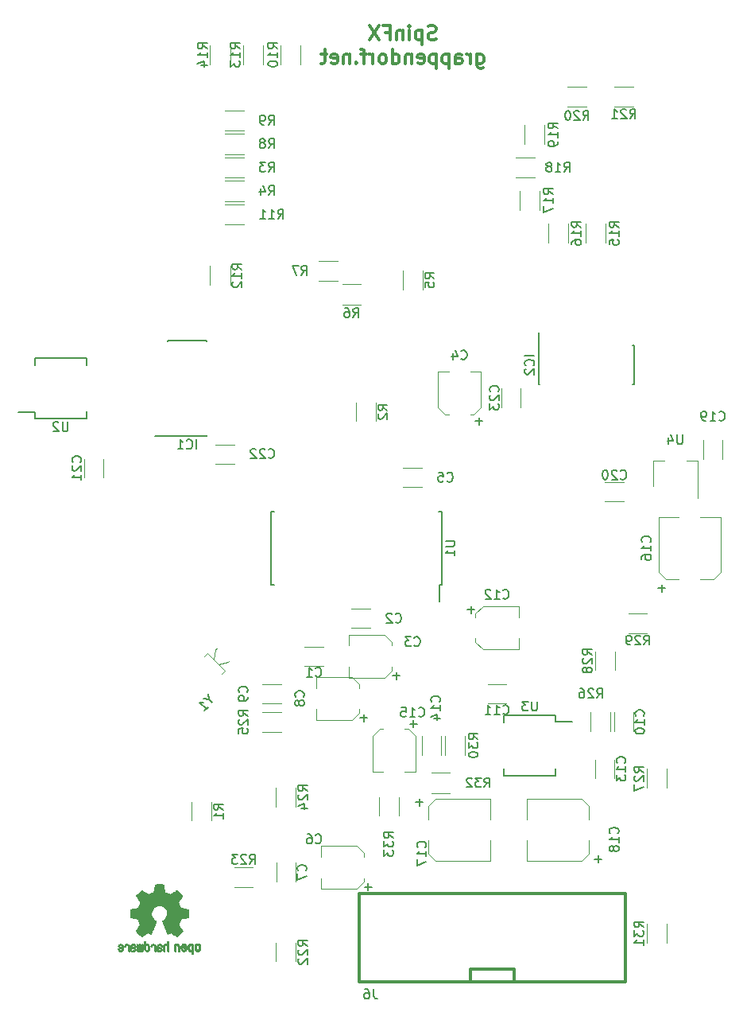
<source format=gbr>
G04 #@! TF.FileFunction,Legend,Bot*
%FSLAX46Y46*%
G04 Gerber Fmt 4.6, Leading zero omitted, Abs format (unit mm)*
G04 Created by KiCad (PCBNEW 4.0.7) date Mon Nov 20 20:18:14 2017*
%MOMM*%
%LPD*%
G01*
G04 APERTURE LIST*
%ADD10C,0.100000*%
%ADD11C,0.300000*%
%ADD12C,0.120000*%
%ADD13C,0.150000*%
%ADD14C,0.304800*%
%ADD15C,0.299720*%
%ADD16C,0.010000*%
%ADD17C,0.203200*%
G04 APERTURE END LIST*
D10*
D11*
X47500000Y103667857D02*
X47285714Y103596429D01*
X46928571Y103596429D01*
X46785714Y103667857D01*
X46714285Y103739286D01*
X46642857Y103882143D01*
X46642857Y104025000D01*
X46714285Y104167857D01*
X46785714Y104239286D01*
X46928571Y104310714D01*
X47214285Y104382143D01*
X47357143Y104453571D01*
X47428571Y104525000D01*
X47500000Y104667857D01*
X47500000Y104810714D01*
X47428571Y104953571D01*
X47357143Y105025000D01*
X47214285Y105096429D01*
X46857143Y105096429D01*
X46642857Y105025000D01*
X46000000Y104596429D02*
X46000000Y103096429D01*
X46000000Y104525000D02*
X45857143Y104596429D01*
X45571429Y104596429D01*
X45428572Y104525000D01*
X45357143Y104453571D01*
X45285714Y104310714D01*
X45285714Y103882143D01*
X45357143Y103739286D01*
X45428572Y103667857D01*
X45571429Y103596429D01*
X45857143Y103596429D01*
X46000000Y103667857D01*
X44642857Y103596429D02*
X44642857Y104596429D01*
X44642857Y105096429D02*
X44714286Y105025000D01*
X44642857Y104953571D01*
X44571429Y105025000D01*
X44642857Y105096429D01*
X44642857Y104953571D01*
X43928571Y104596429D02*
X43928571Y103596429D01*
X43928571Y104453571D02*
X43857143Y104525000D01*
X43714285Y104596429D01*
X43500000Y104596429D01*
X43357143Y104525000D01*
X43285714Y104382143D01*
X43285714Y103596429D01*
X42071428Y104382143D02*
X42571428Y104382143D01*
X42571428Y103596429D02*
X42571428Y105096429D01*
X41857142Y105096429D01*
X41428571Y105096429D02*
X40428571Y103596429D01*
X40428571Y105096429D02*
X41428571Y103596429D01*
X51857143Y102046429D02*
X51857143Y100832143D01*
X51928572Y100689286D01*
X52000000Y100617857D01*
X52142857Y100546429D01*
X52357143Y100546429D01*
X52500000Y100617857D01*
X51857143Y101117857D02*
X52000000Y101046429D01*
X52285714Y101046429D01*
X52428572Y101117857D01*
X52500000Y101189286D01*
X52571429Y101332143D01*
X52571429Y101760714D01*
X52500000Y101903571D01*
X52428572Y101975000D01*
X52285714Y102046429D01*
X52000000Y102046429D01*
X51857143Y101975000D01*
X51142857Y101046429D02*
X51142857Y102046429D01*
X51142857Y101760714D02*
X51071429Y101903571D01*
X51000000Y101975000D01*
X50857143Y102046429D01*
X50714286Y102046429D01*
X49571429Y101046429D02*
X49571429Y101832143D01*
X49642858Y101975000D01*
X49785715Y102046429D01*
X50071429Y102046429D01*
X50214286Y101975000D01*
X49571429Y101117857D02*
X49714286Y101046429D01*
X50071429Y101046429D01*
X50214286Y101117857D01*
X50285715Y101260714D01*
X50285715Y101403571D01*
X50214286Y101546429D01*
X50071429Y101617857D01*
X49714286Y101617857D01*
X49571429Y101689286D01*
X48857143Y102046429D02*
X48857143Y100546429D01*
X48857143Y101975000D02*
X48714286Y102046429D01*
X48428572Y102046429D01*
X48285715Y101975000D01*
X48214286Y101903571D01*
X48142857Y101760714D01*
X48142857Y101332143D01*
X48214286Y101189286D01*
X48285715Y101117857D01*
X48428572Y101046429D01*
X48714286Y101046429D01*
X48857143Y101117857D01*
X47500000Y102046429D02*
X47500000Y100546429D01*
X47500000Y101975000D02*
X47357143Y102046429D01*
X47071429Y102046429D01*
X46928572Y101975000D01*
X46857143Y101903571D01*
X46785714Y101760714D01*
X46785714Y101332143D01*
X46857143Y101189286D01*
X46928572Y101117857D01*
X47071429Y101046429D01*
X47357143Y101046429D01*
X47500000Y101117857D01*
X45571429Y101117857D02*
X45714286Y101046429D01*
X46000000Y101046429D01*
X46142857Y101117857D01*
X46214286Y101260714D01*
X46214286Y101832143D01*
X46142857Y101975000D01*
X46000000Y102046429D01*
X45714286Y102046429D01*
X45571429Y101975000D01*
X45500000Y101832143D01*
X45500000Y101689286D01*
X46214286Y101546429D01*
X44857143Y102046429D02*
X44857143Y101046429D01*
X44857143Y101903571D02*
X44785715Y101975000D01*
X44642857Y102046429D01*
X44428572Y102046429D01*
X44285715Y101975000D01*
X44214286Y101832143D01*
X44214286Y101046429D01*
X42857143Y101046429D02*
X42857143Y102546429D01*
X42857143Y101117857D02*
X43000000Y101046429D01*
X43285714Y101046429D01*
X43428572Y101117857D01*
X43500000Y101189286D01*
X43571429Y101332143D01*
X43571429Y101760714D01*
X43500000Y101903571D01*
X43428572Y101975000D01*
X43285714Y102046429D01*
X43000000Y102046429D01*
X42857143Y101975000D01*
X41928571Y101046429D02*
X42071429Y101117857D01*
X42142857Y101189286D01*
X42214286Y101332143D01*
X42214286Y101760714D01*
X42142857Y101903571D01*
X42071429Y101975000D01*
X41928571Y102046429D01*
X41714286Y102046429D01*
X41571429Y101975000D01*
X41500000Y101903571D01*
X41428571Y101760714D01*
X41428571Y101332143D01*
X41500000Y101189286D01*
X41571429Y101117857D01*
X41714286Y101046429D01*
X41928571Y101046429D01*
X40785714Y101046429D02*
X40785714Y102046429D01*
X40785714Y101760714D02*
X40714286Y101903571D01*
X40642857Y101975000D01*
X40500000Y102046429D01*
X40357143Y102046429D01*
X40071429Y102046429D02*
X39500000Y102046429D01*
X39857143Y101046429D02*
X39857143Y102332143D01*
X39785715Y102475000D01*
X39642857Y102546429D01*
X39500000Y102546429D01*
X39000000Y101189286D02*
X38928572Y101117857D01*
X39000000Y101046429D01*
X39071429Y101117857D01*
X39000000Y101189286D01*
X39000000Y101046429D01*
X38285714Y102046429D02*
X38285714Y101046429D01*
X38285714Y101903571D02*
X38214286Y101975000D01*
X38071428Y102046429D01*
X37857143Y102046429D01*
X37714286Y101975000D01*
X37642857Y101832143D01*
X37642857Y101046429D01*
X36357143Y101117857D02*
X36500000Y101046429D01*
X36785714Y101046429D01*
X36928571Y101117857D01*
X37000000Y101260714D01*
X37000000Y101832143D01*
X36928571Y101975000D01*
X36785714Y102046429D01*
X36500000Y102046429D01*
X36357143Y101975000D01*
X36285714Y101832143D01*
X36285714Y101689286D01*
X37000000Y101546429D01*
X35857143Y102046429D02*
X35285714Y102046429D01*
X35642857Y102546429D02*
X35642857Y101260714D01*
X35571429Y101117857D01*
X35428571Y101046429D01*
X35285714Y101046429D01*
D12*
X39290000Y31980000D02*
X39290000Y32380000D01*
X34710000Y31210000D02*
X34710000Y32380000D01*
X34710000Y35790000D02*
X34710000Y34620000D01*
X39290000Y35020000D02*
X39290000Y34620000D01*
X38520000Y31210000D02*
X34710000Y31210000D01*
X38520000Y31210000D02*
X39290000Y31980000D01*
X38520000Y35790000D02*
X34710000Y35790000D01*
X38520000Y35790000D02*
X39290000Y35020000D01*
X35500000Y36980000D02*
X33500000Y36980000D01*
X33500000Y39020000D02*
X35500000Y39020000D01*
X29000000Y35020000D02*
X31000000Y35020000D01*
X31000000Y32980000D02*
X29000000Y32980000D01*
X48430000Y29500000D02*
X48430000Y27500000D01*
X50570000Y27500000D02*
X50570000Y29500000D01*
X44520000Y30290000D02*
X44120000Y30290000D01*
X45290000Y25710000D02*
X44120000Y25710000D01*
X40710000Y25710000D02*
X41880000Y25710000D01*
X41480000Y30290000D02*
X41880000Y30290000D01*
X45290000Y29520000D02*
X45290000Y25710000D01*
X45290000Y29520000D02*
X44520000Y30290000D01*
X40710000Y29520000D02*
X40710000Y25710000D01*
X40710000Y29520000D02*
X41480000Y30290000D01*
X27000000Y93570000D02*
X25000000Y93570000D01*
X25000000Y91430000D02*
X27000000Y91430000D01*
X42790000Y36480000D02*
X42790000Y36880000D01*
X38210000Y35710000D02*
X38210000Y36880000D01*
X38210000Y40290000D02*
X38210000Y39120000D01*
X42790000Y39520000D02*
X42790000Y39120000D01*
X42020000Y35710000D02*
X38210000Y35710000D01*
X42020000Y35710000D02*
X42790000Y36480000D01*
X42020000Y40290000D02*
X38210000Y40290000D01*
X42020000Y40290000D02*
X42790000Y39520000D01*
X48480000Y63710000D02*
X48880000Y63710000D01*
X47710000Y68290000D02*
X48880000Y68290000D01*
X52290000Y68290000D02*
X51120000Y68290000D01*
X51520000Y63710000D02*
X51120000Y63710000D01*
X47710000Y64480000D02*
X47710000Y68290000D01*
X47710000Y64480000D02*
X48480000Y63710000D01*
X52290000Y64480000D02*
X52290000Y68290000D01*
X52290000Y64480000D02*
X51520000Y63710000D01*
X39790000Y13980000D02*
X39790000Y14380000D01*
X35210000Y13210000D02*
X35210000Y14380000D01*
X35210000Y17790000D02*
X35210000Y16620000D01*
X39790000Y17020000D02*
X39790000Y16620000D01*
X39020000Y13210000D02*
X35210000Y13210000D01*
X39020000Y13210000D02*
X39790000Y13980000D01*
X39020000Y17790000D02*
X35210000Y17790000D01*
X39020000Y17790000D02*
X39790000Y17020000D01*
X51710000Y42520000D02*
X51710000Y42120000D01*
X56290000Y43290000D02*
X56290000Y42120000D01*
X56290000Y38710000D02*
X56290000Y39880000D01*
X51710000Y39480000D02*
X51710000Y39880000D01*
X52480000Y43290000D02*
X56290000Y43290000D01*
X52480000Y43290000D02*
X51710000Y42520000D01*
X52480000Y38710000D02*
X56290000Y38710000D01*
X52480000Y38710000D02*
X51710000Y39480000D01*
X71200000Y52800000D02*
X73380000Y52800000D01*
X77800000Y52800000D02*
X75620000Y52800000D01*
X71960000Y46200000D02*
X73380000Y46200000D01*
X77040000Y46200000D02*
X75620000Y46200000D01*
X71200000Y52800000D02*
X71200000Y46960000D01*
X71200000Y46960000D02*
X71960000Y46200000D01*
X77040000Y46200000D02*
X77800000Y46960000D01*
X77800000Y46960000D02*
X77800000Y52800000D01*
X53300000Y22800000D02*
X53300000Y20620000D01*
X53300000Y16200000D02*
X53300000Y18380000D01*
X46700000Y22040000D02*
X46700000Y20620000D01*
X46700000Y16960000D02*
X46700000Y18380000D01*
X53300000Y22800000D02*
X47460000Y22800000D01*
X47460000Y22800000D02*
X46700000Y22040000D01*
X46700000Y16960000D02*
X47460000Y16200000D01*
X47460000Y16200000D02*
X53300000Y16200000D01*
X57200000Y16200000D02*
X57200000Y18380000D01*
X57200000Y22800000D02*
X57200000Y20620000D01*
X63800000Y16960000D02*
X63800000Y18380000D01*
X63800000Y22040000D02*
X63800000Y20620000D01*
X57200000Y16200000D02*
X63040000Y16200000D01*
X63040000Y16200000D02*
X63800000Y16960000D01*
X63800000Y22040000D02*
X63040000Y22800000D01*
X63040000Y22800000D02*
X57200000Y22800000D01*
D13*
X48125000Y45625000D02*
X47875000Y45625000D01*
X48125000Y53375000D02*
X47780000Y53375000D01*
X29875000Y53375000D02*
X30220000Y53375000D01*
X29875000Y45625000D02*
X30220000Y45625000D01*
X48125000Y45625000D02*
X48125000Y53375000D01*
X29875000Y45625000D02*
X29875000Y53375000D01*
X47875000Y45625000D02*
X47875000Y43800000D01*
D12*
X21430000Y22500000D02*
X21430000Y20500000D01*
X23570000Y20500000D02*
X23570000Y22500000D01*
X38930000Y65000000D02*
X38930000Y63000000D01*
X41070000Y63000000D02*
X41070000Y65000000D01*
X27000000Y91070000D02*
X25000000Y91070000D01*
X25000000Y88930000D02*
X27000000Y88930000D01*
X27000000Y88570000D02*
X25000000Y88570000D01*
X25000000Y86430000D02*
X27000000Y86430000D01*
X43930000Y79000000D02*
X43930000Y77000000D01*
X46070000Y77000000D02*
X46070000Y79000000D01*
X39500000Y77570000D02*
X37500000Y77570000D01*
X37500000Y75430000D02*
X39500000Y75430000D01*
X37000000Y80070000D02*
X35000000Y80070000D01*
X35000000Y77930000D02*
X37000000Y77930000D01*
X27000000Y96070000D02*
X25000000Y96070000D01*
X25000000Y93930000D02*
X27000000Y93930000D01*
X33070000Y101000000D02*
X33070000Y103000000D01*
X30930000Y103000000D02*
X30930000Y101000000D01*
X27000000Y86070000D02*
X25000000Y86070000D01*
X25000000Y83930000D02*
X27000000Y83930000D01*
X23430000Y79500000D02*
X23430000Y77500000D01*
X25570000Y77500000D02*
X25570000Y79500000D01*
X29070000Y101000000D02*
X29070000Y103000000D01*
X26930000Y103000000D02*
X26930000Y101000000D01*
X25570000Y101000000D02*
X25570000Y103000000D01*
X23430000Y103000000D02*
X23430000Y101000000D01*
X65570000Y82000000D02*
X65570000Y84000000D01*
X63430000Y84000000D02*
X63430000Y82000000D01*
X61570000Y82000000D02*
X61570000Y84000000D01*
X59430000Y84000000D02*
X59430000Y82000000D01*
X58570000Y85500000D02*
X58570000Y87500000D01*
X56430000Y87500000D02*
X56430000Y85500000D01*
X56000000Y88930000D02*
X58000000Y88930000D01*
X58000000Y91070000D02*
X56000000Y91070000D01*
X56930000Y94500000D02*
X56930000Y92500000D01*
X59070000Y92500000D02*
X59070000Y94500000D01*
X61500000Y96430000D02*
X63500000Y96430000D01*
X63500000Y98570000D02*
X61500000Y98570000D01*
X68500000Y98570000D02*
X66500000Y98570000D01*
X66500000Y96430000D02*
X68500000Y96430000D01*
X30430000Y7500000D02*
X30430000Y5500000D01*
X32570000Y5500000D02*
X32570000Y7500000D01*
X26000000Y13430000D02*
X28000000Y13430000D01*
X28000000Y15570000D02*
X26000000Y15570000D01*
X30430000Y24000000D02*
X30430000Y22000000D01*
X32570000Y22000000D02*
X32570000Y24000000D01*
X29000000Y29930000D02*
X31000000Y29930000D01*
X31000000Y32070000D02*
X29000000Y32070000D01*
X63930000Y32000000D02*
X63930000Y30000000D01*
X66070000Y30000000D02*
X66070000Y32000000D01*
X72070000Y24000000D02*
X72070000Y26000000D01*
X69930000Y26000000D02*
X69930000Y24000000D01*
X66570000Y36500000D02*
X66570000Y38500000D01*
X64430000Y38500000D02*
X64430000Y36500000D01*
X70000000Y42570000D02*
X68000000Y42570000D01*
X68000000Y40430000D02*
X70000000Y40430000D01*
X72070000Y7500000D02*
X72070000Y9500000D01*
X69930000Y9500000D02*
X69930000Y7500000D01*
X49000000Y25570000D02*
X47000000Y25570000D01*
X47000000Y23430000D02*
X49000000Y23430000D01*
X43570000Y21000000D02*
X43570000Y23000000D01*
X41430000Y23000000D02*
X41430000Y21000000D01*
X38500000Y43020000D02*
X40500000Y43020000D01*
X40500000Y40980000D02*
X38500000Y40980000D01*
X46000000Y55980000D02*
X44000000Y55980000D01*
X44000000Y58020000D02*
X46000000Y58020000D01*
X32520000Y16000000D02*
X32520000Y14000000D01*
X30480000Y14000000D02*
X30480000Y16000000D01*
X68520000Y32000000D02*
X68520000Y30000000D01*
X66480000Y30000000D02*
X66480000Y32000000D01*
X55000000Y32980000D02*
X53000000Y32980000D01*
X53000000Y35020000D02*
X55000000Y35020000D01*
X66520000Y27000000D02*
X66520000Y25000000D01*
X64480000Y25000000D02*
X64480000Y27000000D01*
X48020000Y29500000D02*
X48020000Y27500000D01*
X45980000Y27500000D02*
X45980000Y29500000D01*
X78020000Y61000000D02*
X78020000Y59000000D01*
X75980000Y59000000D02*
X75980000Y61000000D01*
X65500000Y56520000D02*
X67500000Y56520000D01*
X67500000Y54480000D02*
X65500000Y54480000D01*
X71800000Y58780000D02*
X70600000Y58780000D01*
X70600000Y58780000D02*
X70600000Y56080000D01*
X75400000Y54780000D02*
X75400000Y58780000D01*
X75400000Y58780000D02*
X74200000Y58780000D01*
X9980000Y57000000D02*
X9980000Y59000000D01*
X12020000Y59000000D02*
X12020000Y57000000D01*
X26000000Y58480000D02*
X24000000Y58480000D01*
X24000000Y60520000D02*
X26000000Y60520000D01*
X54480000Y64500000D02*
X54480000Y66500000D01*
X56520000Y66500000D02*
X56520000Y64500000D01*
D14*
X67700000Y3300000D02*
X39300000Y3300000D01*
X39300000Y12700000D02*
X67700000Y12700000D01*
X67700000Y12700000D02*
X67700000Y3300000D01*
X39300000Y12700000D02*
X39300000Y3300000D01*
D15*
X51200000Y3300000D02*
X51200000Y4700000D01*
X51200000Y4700000D02*
X55800000Y4700000D01*
X55800000Y4700000D02*
X55800000Y3300000D01*
D16*
G36*
X21231114Y7415495D02*
X21156461Y7378273D01*
X21090569Y7309739D01*
X21072423Y7284352D01*
X21052655Y7251134D01*
X21039828Y7215055D01*
X21032490Y7166902D01*
X21029187Y7097464D01*
X21028462Y7005794D01*
X21031737Y6880170D01*
X21043123Y6785846D01*
X21064959Y6715477D01*
X21099581Y6661714D01*
X21149330Y6617212D01*
X21152986Y6614577D01*
X21202015Y6587623D01*
X21261055Y6574288D01*
X21336141Y6571000D01*
X21458205Y6571000D01*
X21458256Y6452503D01*
X21459392Y6386508D01*
X21466314Y6347798D01*
X21484402Y6324581D01*
X21519038Y6305067D01*
X21527355Y6301080D01*
X21566280Y6282397D01*
X21596417Y6270597D01*
X21618826Y6269578D01*
X21634567Y6283239D01*
X21644698Y6315478D01*
X21650277Y6370196D01*
X21652365Y6451289D01*
X21652019Y6562656D01*
X21650300Y6708198D01*
X21649763Y6751731D01*
X21647828Y6901795D01*
X21646096Y6999958D01*
X21458308Y6999958D01*
X21457252Y6916636D01*
X21452562Y6862120D01*
X21441949Y6826163D01*
X21423128Y6798518D01*
X21410350Y6785035D01*
X21358110Y6745583D01*
X21311858Y6742372D01*
X21264133Y6774951D01*
X21262923Y6776154D01*
X21243506Y6801332D01*
X21231693Y6835553D01*
X21225735Y6888252D01*
X21223880Y6968869D01*
X21223846Y6986729D01*
X21228330Y7097825D01*
X21242926Y7174839D01*
X21269350Y7221853D01*
X21309317Y7242950D01*
X21332416Y7245077D01*
X21387238Y7235100D01*
X21424842Y7202248D01*
X21447477Y7142143D01*
X21457394Y7050402D01*
X21458308Y6999958D01*
X21646096Y6999958D01*
X21645778Y7017940D01*
X21643127Y7105321D01*
X21639394Y7169095D01*
X21634093Y7214418D01*
X21626742Y7246445D01*
X21616857Y7270332D01*
X21603954Y7291236D01*
X21598421Y7299102D01*
X21525031Y7373405D01*
X21432240Y7415533D01*
X21324904Y7427278D01*
X21231114Y7415495D01*
X21231114Y7415495D01*
G37*
X21231114Y7415495D02*
X21156461Y7378273D01*
X21090569Y7309739D01*
X21072423Y7284352D01*
X21052655Y7251134D01*
X21039828Y7215055D01*
X21032490Y7166902D01*
X21029187Y7097464D01*
X21028462Y7005794D01*
X21031737Y6880170D01*
X21043123Y6785846D01*
X21064959Y6715477D01*
X21099581Y6661714D01*
X21149330Y6617212D01*
X21152986Y6614577D01*
X21202015Y6587623D01*
X21261055Y6574288D01*
X21336141Y6571000D01*
X21458205Y6571000D01*
X21458256Y6452503D01*
X21459392Y6386508D01*
X21466314Y6347798D01*
X21484402Y6324581D01*
X21519038Y6305067D01*
X21527355Y6301080D01*
X21566280Y6282397D01*
X21596417Y6270597D01*
X21618826Y6269578D01*
X21634567Y6283239D01*
X21644698Y6315478D01*
X21650277Y6370196D01*
X21652365Y6451289D01*
X21652019Y6562656D01*
X21650300Y6708198D01*
X21649763Y6751731D01*
X21647828Y6901795D01*
X21646096Y6999958D01*
X21458308Y6999958D01*
X21457252Y6916636D01*
X21452562Y6862120D01*
X21441949Y6826163D01*
X21423128Y6798518D01*
X21410350Y6785035D01*
X21358110Y6745583D01*
X21311858Y6742372D01*
X21264133Y6774951D01*
X21262923Y6776154D01*
X21243506Y6801332D01*
X21231693Y6835553D01*
X21225735Y6888252D01*
X21223880Y6968869D01*
X21223846Y6986729D01*
X21228330Y7097825D01*
X21242926Y7174839D01*
X21269350Y7221853D01*
X21309317Y7242950D01*
X21332416Y7245077D01*
X21387238Y7235100D01*
X21424842Y7202248D01*
X21447477Y7142143D01*
X21457394Y7050402D01*
X21458308Y6999958D01*
X21646096Y6999958D01*
X21645778Y7017940D01*
X21643127Y7105321D01*
X21639394Y7169095D01*
X21634093Y7214418D01*
X21626742Y7246445D01*
X21616857Y7270332D01*
X21603954Y7291236D01*
X21598421Y7299102D01*
X21525031Y7373405D01*
X21432240Y7415533D01*
X21324904Y7427278D01*
X21231114Y7415495D01*
G36*
X19728336Y7404911D02*
X19665633Y7368642D01*
X19622039Y7332642D01*
X19590155Y7294925D01*
X19568190Y7248801D01*
X19554351Y7187579D01*
X19546847Y7104569D01*
X19543883Y6993081D01*
X19543539Y6912938D01*
X19543539Y6617935D01*
X19709615Y6543485D01*
X19719385Y6866598D01*
X19723421Y6987271D01*
X19727656Y7074859D01*
X19732903Y7135350D01*
X19739975Y7174732D01*
X19749689Y7198993D01*
X19762856Y7214120D01*
X19767081Y7217394D01*
X19831091Y7242966D01*
X19895792Y7232847D01*
X19934308Y7206000D01*
X19949975Y7186976D01*
X19960820Y7162012D01*
X19967712Y7124166D01*
X19971521Y7066498D01*
X19973117Y6982065D01*
X19973385Y6894072D01*
X19973437Y6783677D01*
X19975328Y6705537D01*
X19981655Y6652835D01*
X19995017Y6618758D01*
X20018015Y6596489D01*
X20053246Y6579213D01*
X20100303Y6561262D01*
X20151697Y6541722D01*
X20145579Y6888515D01*
X20143116Y7013532D01*
X20140233Y7105918D01*
X20136102Y7172119D01*
X20129893Y7218580D01*
X20120774Y7251744D01*
X20107917Y7278056D01*
X20092416Y7301271D01*
X20017629Y7375431D01*
X19926372Y7418316D01*
X19827117Y7428588D01*
X19728336Y7404911D01*
X19728336Y7404911D01*
G37*
X19728336Y7404911D02*
X19665633Y7368642D01*
X19622039Y7332642D01*
X19590155Y7294925D01*
X19568190Y7248801D01*
X19554351Y7187579D01*
X19546847Y7104569D01*
X19543883Y6993081D01*
X19543539Y6912938D01*
X19543539Y6617935D01*
X19709615Y6543485D01*
X19719385Y6866598D01*
X19723421Y6987271D01*
X19727656Y7074859D01*
X19732903Y7135350D01*
X19739975Y7174732D01*
X19749689Y7198993D01*
X19762856Y7214120D01*
X19767081Y7217394D01*
X19831091Y7242966D01*
X19895792Y7232847D01*
X19934308Y7206000D01*
X19949975Y7186976D01*
X19960820Y7162012D01*
X19967712Y7124166D01*
X19971521Y7066498D01*
X19973117Y6982065D01*
X19973385Y6894072D01*
X19973437Y6783677D01*
X19975328Y6705537D01*
X19981655Y6652835D01*
X19995017Y6618758D01*
X20018015Y6596489D01*
X20053246Y6579213D01*
X20100303Y6561262D01*
X20151697Y6541722D01*
X20145579Y6888515D01*
X20143116Y7013532D01*
X20140233Y7105918D01*
X20136102Y7172119D01*
X20129893Y7218580D01*
X20120774Y7251744D01*
X20107917Y7278056D01*
X20092416Y7301271D01*
X20017629Y7375431D01*
X19926372Y7418316D01*
X19827117Y7428588D01*
X19728336Y7404911D01*
G36*
X21983114Y7412744D02*
X21891536Y7364591D01*
X21823951Y7287095D01*
X21799943Y7237273D01*
X21781262Y7162467D01*
X21771699Y7067948D01*
X21770792Y6964790D01*
X21778079Y6864065D01*
X21793097Y6776847D01*
X21815385Y6714209D01*
X21822235Y6703421D01*
X21903368Y6622895D01*
X21999734Y6574664D01*
X22104299Y6560550D01*
X22210032Y6582371D01*
X22239457Y6595453D01*
X22296759Y6635769D01*
X22347050Y6689225D01*
X22351803Y6696005D01*
X22371122Y6728679D01*
X22383892Y6763606D01*
X22391436Y6809586D01*
X22395076Y6875416D01*
X22396135Y6969895D01*
X22396154Y6991077D01*
X22396106Y6997818D01*
X22200769Y6997818D01*
X22199632Y6908651D01*
X22195159Y6849480D01*
X22185754Y6811259D01*
X22169824Y6784947D01*
X22161692Y6776154D01*
X22114942Y6742739D01*
X22069553Y6744263D01*
X22023660Y6773248D01*
X21996288Y6804191D01*
X21980077Y6849357D01*
X21970974Y6920580D01*
X21970349Y6928886D01*
X21968796Y7057963D01*
X21985035Y7153828D01*
X22018848Y7215893D01*
X22070016Y7243568D01*
X22088280Y7245077D01*
X22136240Y7237487D01*
X22169047Y7211192D01*
X22189105Y7160905D01*
X22198822Y7081336D01*
X22200769Y6997818D01*
X22396106Y6997818D01*
X22395426Y7091751D01*
X22392371Y7162094D01*
X22385678Y7210837D01*
X22374040Y7246712D01*
X22356147Y7278452D01*
X22352192Y7284352D01*
X22285733Y7363896D01*
X22213315Y7410071D01*
X22125151Y7428401D01*
X22095213Y7429297D01*
X21983114Y7412744D01*
X21983114Y7412744D01*
G37*
X21983114Y7412744D02*
X21891536Y7364591D01*
X21823951Y7287095D01*
X21799943Y7237273D01*
X21781262Y7162467D01*
X21771699Y7067948D01*
X21770792Y6964790D01*
X21778079Y6864065D01*
X21793097Y6776847D01*
X21815385Y6714209D01*
X21822235Y6703421D01*
X21903368Y6622895D01*
X21999734Y6574664D01*
X22104299Y6560550D01*
X22210032Y6582371D01*
X22239457Y6595453D01*
X22296759Y6635769D01*
X22347050Y6689225D01*
X22351803Y6696005D01*
X22371122Y6728679D01*
X22383892Y6763606D01*
X22391436Y6809586D01*
X22395076Y6875416D01*
X22396135Y6969895D01*
X22396154Y6991077D01*
X22396106Y6997818D01*
X22200769Y6997818D01*
X22199632Y6908651D01*
X22195159Y6849480D01*
X22185754Y6811259D01*
X22169824Y6784947D01*
X22161692Y6776154D01*
X22114942Y6742739D01*
X22069553Y6744263D01*
X22023660Y6773248D01*
X21996288Y6804191D01*
X21980077Y6849357D01*
X21970974Y6920580D01*
X21970349Y6928886D01*
X21968796Y7057963D01*
X21985035Y7153828D01*
X22018848Y7215893D01*
X22070016Y7243568D01*
X22088280Y7245077D01*
X22136240Y7237487D01*
X22169047Y7211192D01*
X22189105Y7160905D01*
X22198822Y7081336D01*
X22200769Y6997818D01*
X22396106Y6997818D01*
X22395426Y7091751D01*
X22392371Y7162094D01*
X22385678Y7210837D01*
X22374040Y7246712D01*
X22356147Y7278452D01*
X22352192Y7284352D01*
X22285733Y7363896D01*
X22213315Y7410071D01*
X22125151Y7428401D01*
X22095213Y7429297D01*
X21983114Y7412744D01*
G36*
X20465746Y7400255D02*
X20388714Y7348433D01*
X20329184Y7273588D01*
X20293622Y7178346D01*
X20286429Y7108244D01*
X20287246Y7078991D01*
X20294086Y7056593D01*
X20312888Y7036526D01*
X20349592Y7014267D01*
X20410138Y6985291D01*
X20500466Y6945073D01*
X20500923Y6944871D01*
X20584067Y6906790D01*
X20652247Y6872975D01*
X20698495Y6847067D01*
X20715842Y6832705D01*
X20715846Y6832589D01*
X20700557Y6801315D01*
X20664804Y6766843D01*
X20623758Y6742010D01*
X20602963Y6737077D01*
X20546230Y6754138D01*
X20497373Y6796867D01*
X20473535Y6843845D01*
X20450603Y6878478D01*
X20405682Y6917919D01*
X20352877Y6951991D01*
X20306290Y6970520D01*
X20296548Y6971538D01*
X20285582Y6954785D01*
X20284921Y6911961D01*
X20292980Y6854219D01*
X20308173Y6792711D01*
X20328914Y6738591D01*
X20329962Y6736490D01*
X20392379Y6649340D01*
X20473274Y6590061D01*
X20565144Y6560966D01*
X20660487Y6564366D01*
X20751802Y6602572D01*
X20755862Y6605259D01*
X20827694Y6670358D01*
X20874927Y6755295D01*
X20901066Y6866979D01*
X20904574Y6898357D01*
X20910787Y7046464D01*
X20903339Y7115532D01*
X20715846Y7115532D01*
X20713410Y7072448D01*
X20700086Y7059874D01*
X20666868Y7069281D01*
X20614506Y7091517D01*
X20555976Y7119390D01*
X20554521Y7120128D01*
X20504911Y7146223D01*
X20485000Y7163637D01*
X20489910Y7181893D01*
X20510584Y7205880D01*
X20563181Y7240594D01*
X20619823Y7243144D01*
X20670631Y7217881D01*
X20705724Y7169153D01*
X20715846Y7115532D01*
X20903339Y7115532D01*
X20898008Y7164964D01*
X20865222Y7258945D01*
X20819579Y7324785D01*
X20737198Y7391319D01*
X20646454Y7424324D01*
X20553815Y7426427D01*
X20465746Y7400255D01*
X20465746Y7400255D01*
G37*
X20465746Y7400255D02*
X20388714Y7348433D01*
X20329184Y7273588D01*
X20293622Y7178346D01*
X20286429Y7108244D01*
X20287246Y7078991D01*
X20294086Y7056593D01*
X20312888Y7036526D01*
X20349592Y7014267D01*
X20410138Y6985291D01*
X20500466Y6945073D01*
X20500923Y6944871D01*
X20584067Y6906790D01*
X20652247Y6872975D01*
X20698495Y6847067D01*
X20715842Y6832705D01*
X20715846Y6832589D01*
X20700557Y6801315D01*
X20664804Y6766843D01*
X20623758Y6742010D01*
X20602963Y6737077D01*
X20546230Y6754138D01*
X20497373Y6796867D01*
X20473535Y6843845D01*
X20450603Y6878478D01*
X20405682Y6917919D01*
X20352877Y6951991D01*
X20306290Y6970520D01*
X20296548Y6971538D01*
X20285582Y6954785D01*
X20284921Y6911961D01*
X20292980Y6854219D01*
X20308173Y6792711D01*
X20328914Y6738591D01*
X20329962Y6736490D01*
X20392379Y6649340D01*
X20473274Y6590061D01*
X20565144Y6560966D01*
X20660487Y6564366D01*
X20751802Y6602572D01*
X20755862Y6605259D01*
X20827694Y6670358D01*
X20874927Y6755295D01*
X20901066Y6866979D01*
X20904574Y6898357D01*
X20910787Y7046464D01*
X20903339Y7115532D01*
X20715846Y7115532D01*
X20713410Y7072448D01*
X20700086Y7059874D01*
X20666868Y7069281D01*
X20614506Y7091517D01*
X20555976Y7119390D01*
X20554521Y7120128D01*
X20504911Y7146223D01*
X20485000Y7163637D01*
X20489910Y7181893D01*
X20510584Y7205880D01*
X20563181Y7240594D01*
X20619823Y7243144D01*
X20670631Y7217881D01*
X20705724Y7169153D01*
X20715846Y7115532D01*
X20903339Y7115532D01*
X20898008Y7164964D01*
X20865222Y7258945D01*
X20819579Y7324785D01*
X20737198Y7391319D01*
X20646454Y7424324D01*
X20553815Y7426427D01*
X20465746Y7400255D01*
G36*
X18840154Y7507880D02*
X18834428Y7428020D01*
X18827851Y7380961D01*
X18818738Y7360434D01*
X18805402Y7360171D01*
X18801077Y7362622D01*
X18743556Y7380364D01*
X18668732Y7379328D01*
X18592661Y7361090D01*
X18545082Y7337495D01*
X18496298Y7299802D01*
X18460636Y7257145D01*
X18436155Y7202943D01*
X18420913Y7130616D01*
X18412970Y7033581D01*
X18410384Y6905258D01*
X18410338Y6880642D01*
X18410308Y6604130D01*
X18471839Y6582680D01*
X18515541Y6568088D01*
X18539518Y6561294D01*
X18540223Y6561231D01*
X18542585Y6579655D01*
X18544594Y6630474D01*
X18546099Y6707007D01*
X18546947Y6802570D01*
X18547077Y6860671D01*
X18547349Y6975229D01*
X18548748Y7057333D01*
X18552151Y7113607D01*
X18558433Y7150674D01*
X18568471Y7175156D01*
X18583139Y7193675D01*
X18592298Y7202594D01*
X18655211Y7238534D01*
X18723864Y7241225D01*
X18786152Y7210830D01*
X18797671Y7199856D01*
X18814567Y7179221D01*
X18826286Y7154744D01*
X18833767Y7119353D01*
X18837946Y7065974D01*
X18839763Y6987534D01*
X18840154Y6879383D01*
X18840154Y6604130D01*
X18901685Y6582680D01*
X18945387Y6568088D01*
X18969364Y6561294D01*
X18970070Y6561231D01*
X18971874Y6579931D01*
X18973500Y6632678D01*
X18974883Y6714443D01*
X18975958Y6820195D01*
X18976660Y6944906D01*
X18976923Y7083545D01*
X18976923Y7618194D01*
X18849923Y7671764D01*
X18840154Y7507880D01*
X18840154Y7507880D01*
G37*
X18840154Y7507880D02*
X18834428Y7428020D01*
X18827851Y7380961D01*
X18818738Y7360434D01*
X18805402Y7360171D01*
X18801077Y7362622D01*
X18743556Y7380364D01*
X18668732Y7379328D01*
X18592661Y7361090D01*
X18545082Y7337495D01*
X18496298Y7299802D01*
X18460636Y7257145D01*
X18436155Y7202943D01*
X18420913Y7130616D01*
X18412970Y7033581D01*
X18410384Y6905258D01*
X18410338Y6880642D01*
X18410308Y6604130D01*
X18471839Y6582680D01*
X18515541Y6568088D01*
X18539518Y6561294D01*
X18540223Y6561231D01*
X18542585Y6579655D01*
X18544594Y6630474D01*
X18546099Y6707007D01*
X18546947Y6802570D01*
X18547077Y6860671D01*
X18547349Y6975229D01*
X18548748Y7057333D01*
X18552151Y7113607D01*
X18558433Y7150674D01*
X18568471Y7175156D01*
X18583139Y7193675D01*
X18592298Y7202594D01*
X18655211Y7238534D01*
X18723864Y7241225D01*
X18786152Y7210830D01*
X18797671Y7199856D01*
X18814567Y7179221D01*
X18826286Y7154744D01*
X18833767Y7119353D01*
X18837946Y7065974D01*
X18839763Y6987534D01*
X18840154Y6879383D01*
X18840154Y6604130D01*
X18901685Y6582680D01*
X18945387Y6568088D01*
X18969364Y6561294D01*
X18970070Y6561231D01*
X18971874Y6579931D01*
X18973500Y6632678D01*
X18974883Y6714443D01*
X18975958Y6820195D01*
X18976660Y6944906D01*
X18976923Y7083545D01*
X18976923Y7618194D01*
X18849923Y7671764D01*
X18840154Y7507880D01*
G36*
X17946499Y7373697D02*
X17869940Y7345267D01*
X17869064Y7344721D01*
X17821715Y7309873D01*
X17786759Y7269148D01*
X17762175Y7216075D01*
X17745938Y7144186D01*
X17736025Y7047008D01*
X17730414Y6918072D01*
X17729923Y6899702D01*
X17722859Y6622713D01*
X17782305Y6591972D01*
X17825319Y6571198D01*
X17851290Y6561354D01*
X17852491Y6561231D01*
X17856986Y6579394D01*
X17860556Y6628388D01*
X17862752Y6699969D01*
X17863231Y6757932D01*
X17863242Y6851830D01*
X17867534Y6910797D01*
X17882497Y6938921D01*
X17914518Y6940294D01*
X17969986Y6919002D01*
X18053731Y6879864D01*
X18115311Y6847357D01*
X18146983Y6819155D01*
X18156294Y6788418D01*
X18156308Y6786896D01*
X18140943Y6733946D01*
X18095453Y6705340D01*
X18025834Y6701197D01*
X17975687Y6701916D01*
X17949246Y6687473D01*
X17932757Y6652782D01*
X17923267Y6608584D01*
X17936943Y6583507D01*
X17942093Y6579918D01*
X17990575Y6565504D01*
X18058469Y6563463D01*
X18128388Y6573017D01*
X18177932Y6590478D01*
X18246430Y6648636D01*
X18285366Y6729592D01*
X18293077Y6792840D01*
X18287193Y6849889D01*
X18265899Y6896458D01*
X18223735Y6937819D01*
X18155241Y6979245D01*
X18054956Y7026007D01*
X18048846Y7028650D01*
X17958510Y7070383D01*
X17902765Y7104609D01*
X17878871Y7135365D01*
X17884087Y7166689D01*
X17915672Y7202617D01*
X17925117Y7210884D01*
X17988383Y7242942D01*
X18053936Y7241593D01*
X18111028Y7210162D01*
X18148907Y7151976D01*
X18152426Y7140554D01*
X18186700Y7085163D01*
X18230191Y7058482D01*
X18293077Y7032040D01*
X18293077Y7100452D01*
X18273948Y7199890D01*
X18217169Y7291098D01*
X18187622Y7321611D01*
X18120458Y7360772D01*
X18035044Y7378500D01*
X17946499Y7373697D01*
X17946499Y7373697D01*
G37*
X17946499Y7373697D02*
X17869940Y7345267D01*
X17869064Y7344721D01*
X17821715Y7309873D01*
X17786759Y7269148D01*
X17762175Y7216075D01*
X17745938Y7144186D01*
X17736025Y7047008D01*
X17730414Y6918072D01*
X17729923Y6899702D01*
X17722859Y6622713D01*
X17782305Y6591972D01*
X17825319Y6571198D01*
X17851290Y6561354D01*
X17852491Y6561231D01*
X17856986Y6579394D01*
X17860556Y6628388D01*
X17862752Y6699969D01*
X17863231Y6757932D01*
X17863242Y6851830D01*
X17867534Y6910797D01*
X17882497Y6938921D01*
X17914518Y6940294D01*
X17969986Y6919002D01*
X18053731Y6879864D01*
X18115311Y6847357D01*
X18146983Y6819155D01*
X18156294Y6788418D01*
X18156308Y6786896D01*
X18140943Y6733946D01*
X18095453Y6705340D01*
X18025834Y6701197D01*
X17975687Y6701916D01*
X17949246Y6687473D01*
X17932757Y6652782D01*
X17923267Y6608584D01*
X17936943Y6583507D01*
X17942093Y6579918D01*
X17990575Y6565504D01*
X18058469Y6563463D01*
X18128388Y6573017D01*
X18177932Y6590478D01*
X18246430Y6648636D01*
X18285366Y6729592D01*
X18293077Y6792840D01*
X18287193Y6849889D01*
X18265899Y6896458D01*
X18223735Y6937819D01*
X18155241Y6979245D01*
X18054956Y7026007D01*
X18048846Y7028650D01*
X17958510Y7070383D01*
X17902765Y7104609D01*
X17878871Y7135365D01*
X17884087Y7166689D01*
X17915672Y7202617D01*
X17925117Y7210884D01*
X17988383Y7242942D01*
X18053936Y7241593D01*
X18111028Y7210162D01*
X18148907Y7151976D01*
X18152426Y7140554D01*
X18186700Y7085163D01*
X18230191Y7058482D01*
X18293077Y7032040D01*
X18293077Y7100452D01*
X18273948Y7199890D01*
X18217169Y7291098D01*
X18187622Y7321611D01*
X18120458Y7360772D01*
X18035044Y7378500D01*
X17946499Y7373697D01*
G36*
X17286638Y7375330D02*
X17197883Y7342579D01*
X17125978Y7284650D01*
X17097856Y7243872D01*
X17067198Y7169046D01*
X17067835Y7114942D01*
X17100013Y7078554D01*
X17111919Y7072367D01*
X17163325Y7053075D01*
X17189578Y7058018D01*
X17198470Y7090413D01*
X17198923Y7108308D01*
X17215203Y7174141D01*
X17257635Y7220193D01*
X17316612Y7242436D01*
X17382525Y7236839D01*
X17436105Y7207771D01*
X17454202Y7191190D01*
X17467029Y7171075D01*
X17475694Y7140668D01*
X17481304Y7093212D01*
X17484965Y7021950D01*
X17487785Y6920125D01*
X17488516Y6887885D01*
X17491180Y6777590D01*
X17494208Y6699964D01*
X17498750Y6648604D01*
X17505954Y6617110D01*
X17516967Y6599080D01*
X17532940Y6588112D01*
X17543166Y6583267D01*
X17586594Y6566699D01*
X17612158Y6561231D01*
X17620605Y6579493D01*
X17625761Y6634704D01*
X17627654Y6727501D01*
X17626311Y6858522D01*
X17625893Y6878731D01*
X17622942Y6998267D01*
X17619452Y7085551D01*
X17614486Y7147409D01*
X17607107Y7190664D01*
X17596376Y7222140D01*
X17581355Y7248661D01*
X17573498Y7260025D01*
X17528447Y7310308D01*
X17478060Y7349419D01*
X17471892Y7352833D01*
X17381542Y7379788D01*
X17286638Y7375330D01*
X17286638Y7375330D01*
G37*
X17286638Y7375330D02*
X17197883Y7342579D01*
X17125978Y7284650D01*
X17097856Y7243872D01*
X17067198Y7169046D01*
X17067835Y7114942D01*
X17100013Y7078554D01*
X17111919Y7072367D01*
X17163325Y7053075D01*
X17189578Y7058018D01*
X17198470Y7090413D01*
X17198923Y7108308D01*
X17215203Y7174141D01*
X17257635Y7220193D01*
X17316612Y7242436D01*
X17382525Y7236839D01*
X17436105Y7207771D01*
X17454202Y7191190D01*
X17467029Y7171075D01*
X17475694Y7140668D01*
X17481304Y7093212D01*
X17484965Y7021950D01*
X17487785Y6920125D01*
X17488516Y6887885D01*
X17491180Y6777590D01*
X17494208Y6699964D01*
X17498750Y6648604D01*
X17505954Y6617110D01*
X17516967Y6599080D01*
X17532940Y6588112D01*
X17543166Y6583267D01*
X17586594Y6566699D01*
X17612158Y6561231D01*
X17620605Y6579493D01*
X17625761Y6634704D01*
X17627654Y6727501D01*
X17626311Y6858522D01*
X17625893Y6878731D01*
X17622942Y6998267D01*
X17619452Y7085551D01*
X17614486Y7147409D01*
X17607107Y7190664D01*
X17596376Y7222140D01*
X17581355Y7248661D01*
X17573498Y7260025D01*
X17528447Y7310308D01*
X17478060Y7349419D01*
X17471892Y7352833D01*
X17381542Y7379788D01*
X17286638Y7375330D01*
G36*
X16397919Y7219711D02*
X16398167Y7073680D01*
X16399128Y6961345D01*
X16401206Y6877322D01*
X16404807Y6816231D01*
X16410335Y6772691D01*
X16418196Y6741321D01*
X16428793Y6716738D01*
X16436818Y6702706D01*
X16503272Y6626612D01*
X16587530Y6578916D01*
X16680751Y6561801D01*
X16774100Y6577454D01*
X16829688Y6605582D01*
X16888043Y6654240D01*
X16927814Y6713667D01*
X16951810Y6791493D01*
X16962839Y6895348D01*
X16964401Y6971538D01*
X16964191Y6977014D01*
X16827692Y6977014D01*
X16826859Y6889645D01*
X16823039Y6831808D01*
X16814254Y6793971D01*
X16798526Y6766602D01*
X16779734Y6745958D01*
X16716625Y6706110D01*
X16648863Y6702705D01*
X16584821Y6735975D01*
X16579836Y6740483D01*
X16558561Y6763933D01*
X16545221Y6791834D01*
X16537999Y6833359D01*
X16535077Y6897684D01*
X16534615Y6968800D01*
X16535617Y7058142D01*
X16539762Y7117742D01*
X16548764Y7156911D01*
X16564333Y7184960D01*
X16577098Y7199856D01*
X16636400Y7237425D01*
X16704699Y7241943D01*
X16769890Y7213247D01*
X16782472Y7202594D01*
X16803889Y7178937D01*
X16817256Y7150749D01*
X16824434Y7108755D01*
X16827281Y7043681D01*
X16827692Y6977014D01*
X16964191Y6977014D01*
X16959678Y7094235D01*
X16943638Y7186423D01*
X16913472Y7255731D01*
X16866371Y7309789D01*
X16829688Y7337495D01*
X16763010Y7367428D01*
X16685728Y7381322D01*
X16613890Y7377603D01*
X16573692Y7362600D01*
X16557918Y7358330D01*
X16547450Y7374250D01*
X16540144Y7416911D01*
X16534615Y7481894D01*
X16528563Y7554268D01*
X16520156Y7597813D01*
X16504859Y7622713D01*
X16478136Y7639155D01*
X16461346Y7646436D01*
X16397846Y7673037D01*
X16397919Y7219711D01*
X16397919Y7219711D01*
G37*
X16397919Y7219711D02*
X16398167Y7073680D01*
X16399128Y6961345D01*
X16401206Y6877322D01*
X16404807Y6816231D01*
X16410335Y6772691D01*
X16418196Y6741321D01*
X16428793Y6716738D01*
X16436818Y6702706D01*
X16503272Y6626612D01*
X16587530Y6578916D01*
X16680751Y6561801D01*
X16774100Y6577454D01*
X16829688Y6605582D01*
X16888043Y6654240D01*
X16927814Y6713667D01*
X16951810Y6791493D01*
X16962839Y6895348D01*
X16964401Y6971538D01*
X16964191Y6977014D01*
X16827692Y6977014D01*
X16826859Y6889645D01*
X16823039Y6831808D01*
X16814254Y6793971D01*
X16798526Y6766602D01*
X16779734Y6745958D01*
X16716625Y6706110D01*
X16648863Y6702705D01*
X16584821Y6735975D01*
X16579836Y6740483D01*
X16558561Y6763933D01*
X16545221Y6791834D01*
X16537999Y6833359D01*
X16535077Y6897684D01*
X16534615Y6968800D01*
X16535617Y7058142D01*
X16539762Y7117742D01*
X16548764Y7156911D01*
X16564333Y7184960D01*
X16577098Y7199856D01*
X16636400Y7237425D01*
X16704699Y7241943D01*
X16769890Y7213247D01*
X16782472Y7202594D01*
X16803889Y7178937D01*
X16817256Y7150749D01*
X16824434Y7108755D01*
X16827281Y7043681D01*
X16827692Y6977014D01*
X16964191Y6977014D01*
X16959678Y7094235D01*
X16943638Y7186423D01*
X16913472Y7255731D01*
X16866371Y7309789D01*
X16829688Y7337495D01*
X16763010Y7367428D01*
X16685728Y7381322D01*
X16613890Y7377603D01*
X16573692Y7362600D01*
X16557918Y7358330D01*
X16547450Y7374250D01*
X16540144Y7416911D01*
X16534615Y7481894D01*
X16528563Y7554268D01*
X16520156Y7597813D01*
X16504859Y7622713D01*
X16478136Y7639155D01*
X16461346Y7646436D01*
X16397846Y7673037D01*
X16397919Y7219711D01*
G36*
X15604071Y7363338D02*
X15601089Y7311932D01*
X15598753Y7233808D01*
X15597251Y7135143D01*
X15596769Y7031657D01*
X15596769Y6681467D01*
X15658599Y6619637D01*
X15701207Y6581538D01*
X15738610Y6566105D01*
X15789730Y6567082D01*
X15810022Y6569567D01*
X15873446Y6576800D01*
X15925905Y6580945D01*
X15938692Y6581328D01*
X15981801Y6578824D01*
X16043456Y6572538D01*
X16067362Y6569567D01*
X16126078Y6564972D01*
X16165536Y6574954D01*
X16204662Y6605772D01*
X16218785Y6619637D01*
X16280615Y6681467D01*
X16280615Y7336497D01*
X16230850Y7359171D01*
X16187998Y7375966D01*
X16162927Y7381846D01*
X16156499Y7363264D01*
X16150491Y7311345D01*
X16145303Y7231828D01*
X16141336Y7130454D01*
X16139423Y7044808D01*
X16134077Y6707769D01*
X16087440Y6701175D01*
X16045024Y6705786D01*
X16024240Y6720713D01*
X16018430Y6748623D01*
X16013470Y6808075D01*
X16009754Y6891534D01*
X16007676Y6991468D01*
X16007376Y7042896D01*
X16007077Y7338946D01*
X15945546Y7360396D01*
X15901996Y7374980D01*
X15878306Y7381781D01*
X15877623Y7381846D01*
X15875246Y7363358D01*
X15872634Y7312094D01*
X15870005Y7234351D01*
X15867579Y7136426D01*
X15865885Y7044808D01*
X15860539Y6707769D01*
X15743308Y6707769D01*
X15737928Y7015254D01*
X15732549Y7322739D01*
X15675399Y7352293D01*
X15633203Y7372587D01*
X15608230Y7381796D01*
X15607509Y7381846D01*
X15604071Y7363338D01*
X15604071Y7363338D01*
G37*
X15604071Y7363338D02*
X15601089Y7311932D01*
X15598753Y7233808D01*
X15597251Y7135143D01*
X15596769Y7031657D01*
X15596769Y6681467D01*
X15658599Y6619637D01*
X15701207Y6581538D01*
X15738610Y6566105D01*
X15789730Y6567082D01*
X15810022Y6569567D01*
X15873446Y6576800D01*
X15925905Y6580945D01*
X15938692Y6581328D01*
X15981801Y6578824D01*
X16043456Y6572538D01*
X16067362Y6569567D01*
X16126078Y6564972D01*
X16165536Y6574954D01*
X16204662Y6605772D01*
X16218785Y6619637D01*
X16280615Y6681467D01*
X16280615Y7336497D01*
X16230850Y7359171D01*
X16187998Y7375966D01*
X16162927Y7381846D01*
X16156499Y7363264D01*
X16150491Y7311345D01*
X16145303Y7231828D01*
X16141336Y7130454D01*
X16139423Y7044808D01*
X16134077Y6707769D01*
X16087440Y6701175D01*
X16045024Y6705786D01*
X16024240Y6720713D01*
X16018430Y6748623D01*
X16013470Y6808075D01*
X16009754Y6891534D01*
X16007676Y6991468D01*
X16007376Y7042896D01*
X16007077Y7338946D01*
X15945546Y7360396D01*
X15901996Y7374980D01*
X15878306Y7381781D01*
X15877623Y7381846D01*
X15875246Y7363358D01*
X15872634Y7312094D01*
X15870005Y7234351D01*
X15867579Y7136426D01*
X15865885Y7044808D01*
X15860539Y6707769D01*
X15743308Y6707769D01*
X15737928Y7015254D01*
X15732549Y7322739D01*
X15675399Y7352293D01*
X15633203Y7372587D01*
X15608230Y7381796D01*
X15607509Y7381846D01*
X15604071Y7363338D01*
G36*
X15112667Y7366472D02*
X15056410Y7340883D01*
X15012253Y7309876D01*
X14979899Y7275205D01*
X14957562Y7230480D01*
X14943454Y7169308D01*
X14935789Y7085299D01*
X14932780Y6972060D01*
X14932462Y6897491D01*
X14932462Y6606580D01*
X14982227Y6583905D01*
X15021424Y6567333D01*
X15040843Y6561231D01*
X15044558Y6579390D01*
X15047505Y6628352D01*
X15049309Y6699847D01*
X15049692Y6756615D01*
X15051339Y6838629D01*
X15055778Y6903691D01*
X15062260Y6943533D01*
X15067410Y6952000D01*
X15102023Y6943354D01*
X15156360Y6921177D01*
X15219278Y6891114D01*
X15279632Y6858808D01*
X15326279Y6829902D01*
X15348074Y6810039D01*
X15348161Y6809825D01*
X15346286Y6773065D01*
X15329475Y6737974D01*
X15299961Y6709472D01*
X15256884Y6699939D01*
X15220068Y6701050D01*
X15167926Y6701867D01*
X15140556Y6689651D01*
X15124118Y6657376D01*
X15122045Y6651290D01*
X15114919Y6605261D01*
X15133976Y6577313D01*
X15183647Y6563993D01*
X15237303Y6561530D01*
X15333858Y6579790D01*
X15383841Y6605869D01*
X15445571Y6667132D01*
X15478310Y6742330D01*
X15481247Y6821789D01*
X15453576Y6895833D01*
X15411953Y6942231D01*
X15370396Y6968207D01*
X15305078Y7001093D01*
X15228962Y7034443D01*
X15216274Y7039539D01*
X15132667Y7076435D01*
X15084470Y7108954D01*
X15068970Y7141282D01*
X15083450Y7177606D01*
X15108308Y7206000D01*
X15167061Y7240961D01*
X15231707Y7243583D01*
X15290992Y7216642D01*
X15333661Y7162912D01*
X15339261Y7149050D01*
X15371867Y7098064D01*
X15419470Y7060213D01*
X15479539Y7029150D01*
X15479539Y7117232D01*
X15476003Y7171049D01*
X15460844Y7213466D01*
X15427232Y7258721D01*
X15394965Y7293580D01*
X15344791Y7342938D01*
X15305807Y7369453D01*
X15263936Y7380089D01*
X15216540Y7381846D01*
X15112667Y7366472D01*
X15112667Y7366472D01*
G37*
X15112667Y7366472D02*
X15056410Y7340883D01*
X15012253Y7309876D01*
X14979899Y7275205D01*
X14957562Y7230480D01*
X14943454Y7169308D01*
X14935789Y7085299D01*
X14932780Y6972060D01*
X14932462Y6897491D01*
X14932462Y6606580D01*
X14982227Y6583905D01*
X15021424Y6567333D01*
X15040843Y6561231D01*
X15044558Y6579390D01*
X15047505Y6628352D01*
X15049309Y6699847D01*
X15049692Y6756615D01*
X15051339Y6838629D01*
X15055778Y6903691D01*
X15062260Y6943533D01*
X15067410Y6952000D01*
X15102023Y6943354D01*
X15156360Y6921177D01*
X15219278Y6891114D01*
X15279632Y6858808D01*
X15326279Y6829902D01*
X15348074Y6810039D01*
X15348161Y6809825D01*
X15346286Y6773065D01*
X15329475Y6737974D01*
X15299961Y6709472D01*
X15256884Y6699939D01*
X15220068Y6701050D01*
X15167926Y6701867D01*
X15140556Y6689651D01*
X15124118Y6657376D01*
X15122045Y6651290D01*
X15114919Y6605261D01*
X15133976Y6577313D01*
X15183647Y6563993D01*
X15237303Y6561530D01*
X15333858Y6579790D01*
X15383841Y6605869D01*
X15445571Y6667132D01*
X15478310Y6742330D01*
X15481247Y6821789D01*
X15453576Y6895833D01*
X15411953Y6942231D01*
X15370396Y6968207D01*
X15305078Y7001093D01*
X15228962Y7034443D01*
X15216274Y7039539D01*
X15132667Y7076435D01*
X15084470Y7108954D01*
X15068970Y7141282D01*
X15083450Y7177606D01*
X15108308Y7206000D01*
X15167061Y7240961D01*
X15231707Y7243583D01*
X15290992Y7216642D01*
X15333661Y7162912D01*
X15339261Y7149050D01*
X15371867Y7098064D01*
X15419470Y7060213D01*
X15479539Y7029150D01*
X15479539Y7117232D01*
X15476003Y7171049D01*
X15460844Y7213466D01*
X15427232Y7258721D01*
X15394965Y7293580D01*
X15344791Y7342938D01*
X15305807Y7369453D01*
X15263936Y7380089D01*
X15216540Y7381846D01*
X15112667Y7366472D01*
G36*
X14429193Y7363218D02*
X14405839Y7353012D01*
X14350098Y7308866D01*
X14302431Y7245033D01*
X14272952Y7176913D01*
X14268154Y7143330D01*
X14284240Y7096444D01*
X14319525Y7071635D01*
X14357356Y7056613D01*
X14374679Y7053845D01*
X14383114Y7073934D01*
X14399770Y7117649D01*
X14407077Y7137402D01*
X14448052Y7205729D01*
X14507378Y7239809D01*
X14583448Y7238761D01*
X14589082Y7237419D01*
X14629695Y7218164D01*
X14659552Y7180625D01*
X14679945Y7120191D01*
X14692164Y7032249D01*
X14697500Y6912187D01*
X14698000Y6848302D01*
X14698248Y6747597D01*
X14699874Y6678946D01*
X14704199Y6635327D01*
X14712546Y6609718D01*
X14726235Y6595097D01*
X14746589Y6584442D01*
X14747766Y6583905D01*
X14786962Y6567333D01*
X14806381Y6561231D01*
X14809365Y6579681D01*
X14811919Y6630677D01*
X14813860Y6707692D01*
X14815003Y6804195D01*
X14815231Y6874816D01*
X14814068Y7011475D01*
X14809521Y7115149D01*
X14800001Y7191892D01*
X14783919Y7247754D01*
X14759687Y7288788D01*
X14725714Y7321046D01*
X14692167Y7343560D01*
X14611501Y7373524D01*
X14517619Y7380282D01*
X14429193Y7363218D01*
X14429193Y7363218D01*
G37*
X14429193Y7363218D02*
X14405839Y7353012D01*
X14350098Y7308866D01*
X14302431Y7245033D01*
X14272952Y7176913D01*
X14268154Y7143330D01*
X14284240Y7096444D01*
X14319525Y7071635D01*
X14357356Y7056613D01*
X14374679Y7053845D01*
X14383114Y7073934D01*
X14399770Y7117649D01*
X14407077Y7137402D01*
X14448052Y7205729D01*
X14507378Y7239809D01*
X14583448Y7238761D01*
X14589082Y7237419D01*
X14629695Y7218164D01*
X14659552Y7180625D01*
X14679945Y7120191D01*
X14692164Y7032249D01*
X14697500Y6912187D01*
X14698000Y6848302D01*
X14698248Y6747597D01*
X14699874Y6678946D01*
X14704199Y6635327D01*
X14712546Y6609718D01*
X14726235Y6595097D01*
X14746589Y6584442D01*
X14747766Y6583905D01*
X14786962Y6567333D01*
X14806381Y6561231D01*
X14809365Y6579681D01*
X14811919Y6630677D01*
X14813860Y6707692D01*
X14815003Y6804195D01*
X14815231Y6874816D01*
X14814068Y7011475D01*
X14809521Y7115149D01*
X14800001Y7191892D01*
X14783919Y7247754D01*
X14759687Y7288788D01*
X14725714Y7321046D01*
X14692167Y7343560D01*
X14611501Y7373524D01*
X14517619Y7380282D01*
X14429193Y7363218D01*
G36*
X13754776Y7352162D02*
X13677472Y7301639D01*
X13640186Y7256410D01*
X13610647Y7174337D01*
X13608301Y7109393D01*
X13613615Y7022555D01*
X13813885Y6934897D01*
X13911261Y6890113D01*
X13974887Y6854087D01*
X14007971Y6822883D01*
X14013720Y6792564D01*
X13995342Y6759195D01*
X13975077Y6737077D01*
X13916111Y6701607D01*
X13851976Y6699121D01*
X13793074Y6726765D01*
X13749803Y6781680D01*
X13742064Y6801072D01*
X13704994Y6861636D01*
X13662346Y6887448D01*
X13603846Y6909529D01*
X13603846Y6825816D01*
X13609018Y6768850D01*
X13629277Y6720811D01*
X13671738Y6665654D01*
X13678049Y6658486D01*
X13725280Y6609415D01*
X13765879Y6583080D01*
X13816672Y6570965D01*
X13858780Y6566997D01*
X13934098Y6566009D01*
X13987714Y6578534D01*
X14021162Y6597131D01*
X14073732Y6638025D01*
X14110121Y6682252D01*
X14133150Y6737874D01*
X14145641Y6812953D01*
X14150413Y6915551D01*
X14150794Y6967624D01*
X14149499Y7030052D01*
X14031529Y7030052D01*
X14030161Y6996562D01*
X14026751Y6991077D01*
X14004247Y6998528D01*
X13955818Y7018247D01*
X13891092Y7046282D01*
X13877557Y7052308D01*
X13795756Y7093904D01*
X13750688Y7130462D01*
X13740783Y7164704D01*
X13764474Y7199352D01*
X13784040Y7214661D01*
X13854640Y7245279D01*
X13920720Y7240220D01*
X13976041Y7202849D01*
X14014364Y7136527D01*
X14026651Y7083884D01*
X14031529Y7030052D01*
X14149499Y7030052D01*
X14148270Y7089280D01*
X14138968Y7179290D01*
X14120540Y7244833D01*
X14090640Y7293088D01*
X14046920Y7331233D01*
X14027859Y7343560D01*
X13941274Y7375664D01*
X13846478Y7377684D01*
X13754776Y7352162D01*
X13754776Y7352162D01*
G37*
X13754776Y7352162D02*
X13677472Y7301639D01*
X13640186Y7256410D01*
X13610647Y7174337D01*
X13608301Y7109393D01*
X13613615Y7022555D01*
X13813885Y6934897D01*
X13911261Y6890113D01*
X13974887Y6854087D01*
X14007971Y6822883D01*
X14013720Y6792564D01*
X13995342Y6759195D01*
X13975077Y6737077D01*
X13916111Y6701607D01*
X13851976Y6699121D01*
X13793074Y6726765D01*
X13749803Y6781680D01*
X13742064Y6801072D01*
X13704994Y6861636D01*
X13662346Y6887448D01*
X13603846Y6909529D01*
X13603846Y6825816D01*
X13609018Y6768850D01*
X13629277Y6720811D01*
X13671738Y6665654D01*
X13678049Y6658486D01*
X13725280Y6609415D01*
X13765879Y6583080D01*
X13816672Y6570965D01*
X13858780Y6566997D01*
X13934098Y6566009D01*
X13987714Y6578534D01*
X14021162Y6597131D01*
X14073732Y6638025D01*
X14110121Y6682252D01*
X14133150Y6737874D01*
X14145641Y6812953D01*
X14150413Y6915551D01*
X14150794Y6967624D01*
X14149499Y7030052D01*
X14031529Y7030052D01*
X14030161Y6996562D01*
X14026751Y6991077D01*
X14004247Y6998528D01*
X13955818Y7018247D01*
X13891092Y7046282D01*
X13877557Y7052308D01*
X13795756Y7093904D01*
X13750688Y7130462D01*
X13740783Y7164704D01*
X13764474Y7199352D01*
X13784040Y7214661D01*
X13854640Y7245279D01*
X13920720Y7240220D01*
X13976041Y7202849D01*
X14014364Y7136527D01*
X14026651Y7083884D01*
X14031529Y7030052D01*
X14149499Y7030052D01*
X14148270Y7089280D01*
X14138968Y7179290D01*
X14120540Y7244833D01*
X14090640Y7293088D01*
X14046920Y7331233D01*
X14027859Y7343560D01*
X13941274Y7375664D01*
X13846478Y7377684D01*
X13754776Y7352162D01*
G36*
X17860122Y13712224D02*
X17754388Y13711645D01*
X17677868Y13710078D01*
X17625628Y13707028D01*
X17592737Y13702004D01*
X17574263Y13694511D01*
X17565273Y13684056D01*
X17560837Y13670147D01*
X17560406Y13668346D01*
X17553667Y13635855D01*
X17541192Y13571748D01*
X17524281Y13482849D01*
X17504229Y13375981D01*
X17482336Y13257967D01*
X17481571Y13253822D01*
X17459641Y13138169D01*
X17439123Y13035986D01*
X17421341Y12953402D01*
X17407619Y12896544D01*
X17399282Y12871542D01*
X17398884Y12871099D01*
X17374323Y12858890D01*
X17323685Y12838544D01*
X17257905Y12814455D01*
X17257539Y12814326D01*
X17174683Y12783182D01*
X17077000Y12743509D01*
X16984923Y12703619D01*
X16980566Y12701647D01*
X16830593Y12633580D01*
X16498502Y12860361D01*
X16396626Y12929496D01*
X16304343Y12991303D01*
X16226997Y13042267D01*
X16169936Y13078873D01*
X16138505Y13097606D01*
X16135521Y13098996D01*
X16112679Y13092810D01*
X16070018Y13062965D01*
X16005872Y13008053D01*
X15918579Y12926666D01*
X15829465Y12840078D01*
X15743559Y12754753D01*
X15666673Y12676892D01*
X15603436Y12611303D01*
X15558477Y12562795D01*
X15536424Y12536175D01*
X15535604Y12534805D01*
X15533166Y12516537D01*
X15542350Y12486705D01*
X15565426Y12441279D01*
X15604663Y12376230D01*
X15662330Y12287530D01*
X15739205Y12173343D01*
X15807430Y12072838D01*
X15868418Y11982697D01*
X15918644Y11908151D01*
X15954584Y11854435D01*
X15972713Y11826782D01*
X15973854Y11824905D01*
X15971641Y11798410D01*
X15954862Y11746914D01*
X15926858Y11680149D01*
X15916878Y11658828D01*
X15873328Y11563841D01*
X15826866Y11456063D01*
X15789123Y11362808D01*
X15761927Y11293594D01*
X15740325Y11240994D01*
X15727842Y11213503D01*
X15726291Y11211384D01*
X15703332Y11207876D01*
X15649214Y11198262D01*
X15571132Y11183911D01*
X15476281Y11166193D01*
X15371857Y11146475D01*
X15265056Y11126126D01*
X15163074Y11106514D01*
X15073106Y11089009D01*
X15002347Y11074978D01*
X14957994Y11065791D01*
X14947115Y11063193D01*
X14935878Y11056782D01*
X14927395Y11042303D01*
X14921286Y11014867D01*
X14917168Y10969589D01*
X14914659Y10901580D01*
X14913379Y10805953D01*
X14912946Y10677820D01*
X14912923Y10625299D01*
X14912923Y10198155D01*
X15015500Y10177909D01*
X15072569Y10166930D01*
X15157731Y10150905D01*
X15260628Y10131767D01*
X15370904Y10111449D01*
X15401385Y10105868D01*
X15503145Y10086083D01*
X15591795Y10066627D01*
X15659892Y10049303D01*
X15699996Y10035912D01*
X15706677Y10031921D01*
X15723081Y10003658D01*
X15746601Y9948891D01*
X15772684Y9878412D01*
X15777858Y9863231D01*
X15812044Y9769104D01*
X15854477Y9662899D01*
X15896003Y9567527D01*
X15896208Y9567084D01*
X15965360Y9417475D01*
X15510488Y8748383D01*
X15802500Y8455884D01*
X15890820Y8368830D01*
X15971375Y8292091D01*
X16039640Y8229763D01*
X16091092Y8185944D01*
X16121206Y8164730D01*
X16125526Y8163384D01*
X16150889Y8173984D01*
X16202642Y8203453D01*
X16275132Y8248295D01*
X16362706Y8305016D01*
X16457388Y8368538D01*
X16553484Y8433332D01*
X16639163Y8489713D01*
X16708984Y8534212D01*
X16757506Y8563361D01*
X16779218Y8573692D01*
X16805707Y8564950D01*
X16855938Y8541913D01*
X16919549Y8509369D01*
X16926292Y8505751D01*
X17011954Y8462790D01*
X17070694Y8441721D01*
X17107228Y8441497D01*
X17126269Y8461072D01*
X17126380Y8461346D01*
X17135898Y8484528D01*
X17158597Y8539559D01*
X17192718Y8622178D01*
X17236500Y8728128D01*
X17288184Y8853148D01*
X17346008Y8992980D01*
X17402009Y9128363D01*
X17463553Y9277766D01*
X17520061Y9416168D01*
X17569839Y9539327D01*
X17611194Y9642998D01*
X17642432Y9722941D01*
X17661859Y9774912D01*
X17667846Y9794308D01*
X17652832Y9816557D01*
X17613561Y9852018D01*
X17561193Y9891113D01*
X17412059Y10014755D01*
X17295489Y10156478D01*
X17212882Y10313296D01*
X17165634Y10482225D01*
X17155143Y10660278D01*
X17162769Y10742461D01*
X17204318Y10912969D01*
X17275877Y11063541D01*
X17373005Y11192691D01*
X17491266Y11298936D01*
X17626220Y11380790D01*
X17773429Y11436768D01*
X17928456Y11465385D01*
X18086861Y11465156D01*
X18244206Y11434595D01*
X18396054Y11372218D01*
X18537965Y11276540D01*
X18597197Y11222428D01*
X18710797Y11083480D01*
X18789894Y10931639D01*
X18835014Y10771333D01*
X18846684Y10606988D01*
X18825431Y10443029D01*
X18771780Y10283882D01*
X18686260Y10133975D01*
X18569395Y9997733D01*
X18438807Y9891113D01*
X18384412Y9850358D01*
X18345986Y9815282D01*
X18332154Y9794274D01*
X18339397Y9771365D01*
X18359995Y9716635D01*
X18392254Y9634328D01*
X18434479Y9528685D01*
X18484977Y9403950D01*
X18542052Y9264364D01*
X18598146Y9128330D01*
X18660033Y8978799D01*
X18717356Y8840233D01*
X18768356Y8716893D01*
X18811273Y8613036D01*
X18844347Y8532920D01*
X18865819Y8480805D01*
X18873775Y8461346D01*
X18892571Y8441577D01*
X18928926Y8441635D01*
X18987521Y8462559D01*
X19073032Y8505387D01*
X19073708Y8505751D01*
X19138093Y8538988D01*
X19190139Y8563198D01*
X19219488Y8573596D01*
X19220783Y8573692D01*
X19242876Y8563145D01*
X19291652Y8533816D01*
X19361669Y8489173D01*
X19447486Y8432686D01*
X19542612Y8368538D01*
X19639460Y8303589D01*
X19726747Y8247104D01*
X19798819Y8202579D01*
X19850023Y8173510D01*
X19874474Y8163384D01*
X19896990Y8176693D01*
X19942258Y8213888D01*
X20005756Y8270872D01*
X20082961Y8343551D01*
X20169349Y8427829D01*
X20197601Y8455984D01*
X20489713Y8748584D01*
X20267369Y9074896D01*
X20199798Y9175103D01*
X20140493Y9265037D01*
X20092783Y9339490D01*
X20059993Y9393249D01*
X20045452Y9421106D01*
X20045026Y9423088D01*
X20052692Y9449345D01*
X20073311Y9502163D01*
X20103315Y9572690D01*
X20124375Y9619907D01*
X20163752Y9710306D01*
X20200835Y9801634D01*
X20229585Y9878800D01*
X20237395Y9902308D01*
X20259583Y9965084D01*
X20281273Y10013589D01*
X20293187Y10031921D01*
X20319477Y10043141D01*
X20376858Y10059046D01*
X20457882Y10077833D01*
X20555105Y10097701D01*
X20598615Y10105868D01*
X20709104Y10126171D01*
X20815084Y10145830D01*
X20906199Y10162912D01*
X20972092Y10175482D01*
X20984500Y10177909D01*
X21087077Y10198155D01*
X21087077Y10625299D01*
X21086847Y10765754D01*
X21085901Y10872021D01*
X21083859Y10948987D01*
X21080338Y11001540D01*
X21074957Y11034567D01*
X21067334Y11052955D01*
X21057088Y11061592D01*
X21052885Y11063193D01*
X21027530Y11068873D01*
X20971516Y11080205D01*
X20892036Y11095821D01*
X20796288Y11114353D01*
X20691467Y11134431D01*
X20584768Y11154688D01*
X20483387Y11173754D01*
X20394521Y11190261D01*
X20325363Y11202841D01*
X20283111Y11210125D01*
X20273710Y11211384D01*
X20265193Y11228237D01*
X20246340Y11273130D01*
X20220676Y11337570D01*
X20210877Y11362808D01*
X20171352Y11460314D01*
X20124808Y11568041D01*
X20083123Y11658828D01*
X20052450Y11728247D01*
X20032044Y11785290D01*
X20025232Y11820223D01*
X20026318Y11824905D01*
X20040715Y11847009D01*
X20073588Y11896169D01*
X20121410Y11967152D01*
X20180652Y12054722D01*
X20247785Y12153643D01*
X20261059Y12173170D01*
X20338954Y12288860D01*
X20396213Y12376956D01*
X20435119Y12441514D01*
X20457956Y12486589D01*
X20467006Y12516237D01*
X20464552Y12534515D01*
X20464489Y12534631D01*
X20445173Y12558639D01*
X20402449Y12605053D01*
X20340949Y12669063D01*
X20265302Y12745855D01*
X20180139Y12830618D01*
X20170535Y12840078D01*
X20063210Y12944011D01*
X19980385Y13020325D01*
X19920395Y13070429D01*
X19881577Y13095730D01*
X19864480Y13098996D01*
X19839527Y13084750D01*
X19787745Y13051844D01*
X19714480Y13003792D01*
X19625080Y12944110D01*
X19524889Y12876312D01*
X19501499Y12860361D01*
X19169407Y12633580D01*
X19019435Y12701647D01*
X18928230Y12741315D01*
X18830331Y12781209D01*
X18746169Y12813017D01*
X18742462Y12814326D01*
X18676631Y12838424D01*
X18625884Y12858800D01*
X18601158Y12871064D01*
X18601116Y12871099D01*
X18593271Y12893266D01*
X18579934Y12947783D01*
X18562430Y13028520D01*
X18542083Y13129350D01*
X18520218Y13244144D01*
X18518429Y13253822D01*
X18496496Y13372096D01*
X18476360Y13479458D01*
X18459320Y13569083D01*
X18446672Y13634149D01*
X18439716Y13667832D01*
X18439594Y13668346D01*
X18435361Y13682675D01*
X18427129Y13693493D01*
X18409967Y13701294D01*
X18378942Y13706571D01*
X18329122Y13709818D01*
X18255576Y13711528D01*
X18153371Y13712193D01*
X18017575Y13712307D01*
X18000000Y13712308D01*
X17860122Y13712224D01*
X17860122Y13712224D01*
G37*
X17860122Y13712224D02*
X17754388Y13711645D01*
X17677868Y13710078D01*
X17625628Y13707028D01*
X17592737Y13702004D01*
X17574263Y13694511D01*
X17565273Y13684056D01*
X17560837Y13670147D01*
X17560406Y13668346D01*
X17553667Y13635855D01*
X17541192Y13571748D01*
X17524281Y13482849D01*
X17504229Y13375981D01*
X17482336Y13257967D01*
X17481571Y13253822D01*
X17459641Y13138169D01*
X17439123Y13035986D01*
X17421341Y12953402D01*
X17407619Y12896544D01*
X17399282Y12871542D01*
X17398884Y12871099D01*
X17374323Y12858890D01*
X17323685Y12838544D01*
X17257905Y12814455D01*
X17257539Y12814326D01*
X17174683Y12783182D01*
X17077000Y12743509D01*
X16984923Y12703619D01*
X16980566Y12701647D01*
X16830593Y12633580D01*
X16498502Y12860361D01*
X16396626Y12929496D01*
X16304343Y12991303D01*
X16226997Y13042267D01*
X16169936Y13078873D01*
X16138505Y13097606D01*
X16135521Y13098996D01*
X16112679Y13092810D01*
X16070018Y13062965D01*
X16005872Y13008053D01*
X15918579Y12926666D01*
X15829465Y12840078D01*
X15743559Y12754753D01*
X15666673Y12676892D01*
X15603436Y12611303D01*
X15558477Y12562795D01*
X15536424Y12536175D01*
X15535604Y12534805D01*
X15533166Y12516537D01*
X15542350Y12486705D01*
X15565426Y12441279D01*
X15604663Y12376230D01*
X15662330Y12287530D01*
X15739205Y12173343D01*
X15807430Y12072838D01*
X15868418Y11982697D01*
X15918644Y11908151D01*
X15954584Y11854435D01*
X15972713Y11826782D01*
X15973854Y11824905D01*
X15971641Y11798410D01*
X15954862Y11746914D01*
X15926858Y11680149D01*
X15916878Y11658828D01*
X15873328Y11563841D01*
X15826866Y11456063D01*
X15789123Y11362808D01*
X15761927Y11293594D01*
X15740325Y11240994D01*
X15727842Y11213503D01*
X15726291Y11211384D01*
X15703332Y11207876D01*
X15649214Y11198262D01*
X15571132Y11183911D01*
X15476281Y11166193D01*
X15371857Y11146475D01*
X15265056Y11126126D01*
X15163074Y11106514D01*
X15073106Y11089009D01*
X15002347Y11074978D01*
X14957994Y11065791D01*
X14947115Y11063193D01*
X14935878Y11056782D01*
X14927395Y11042303D01*
X14921286Y11014867D01*
X14917168Y10969589D01*
X14914659Y10901580D01*
X14913379Y10805953D01*
X14912946Y10677820D01*
X14912923Y10625299D01*
X14912923Y10198155D01*
X15015500Y10177909D01*
X15072569Y10166930D01*
X15157731Y10150905D01*
X15260628Y10131767D01*
X15370904Y10111449D01*
X15401385Y10105868D01*
X15503145Y10086083D01*
X15591795Y10066627D01*
X15659892Y10049303D01*
X15699996Y10035912D01*
X15706677Y10031921D01*
X15723081Y10003658D01*
X15746601Y9948891D01*
X15772684Y9878412D01*
X15777858Y9863231D01*
X15812044Y9769104D01*
X15854477Y9662899D01*
X15896003Y9567527D01*
X15896208Y9567084D01*
X15965360Y9417475D01*
X15510488Y8748383D01*
X15802500Y8455884D01*
X15890820Y8368830D01*
X15971375Y8292091D01*
X16039640Y8229763D01*
X16091092Y8185944D01*
X16121206Y8164730D01*
X16125526Y8163384D01*
X16150889Y8173984D01*
X16202642Y8203453D01*
X16275132Y8248295D01*
X16362706Y8305016D01*
X16457388Y8368538D01*
X16553484Y8433332D01*
X16639163Y8489713D01*
X16708984Y8534212D01*
X16757506Y8563361D01*
X16779218Y8573692D01*
X16805707Y8564950D01*
X16855938Y8541913D01*
X16919549Y8509369D01*
X16926292Y8505751D01*
X17011954Y8462790D01*
X17070694Y8441721D01*
X17107228Y8441497D01*
X17126269Y8461072D01*
X17126380Y8461346D01*
X17135898Y8484528D01*
X17158597Y8539559D01*
X17192718Y8622178D01*
X17236500Y8728128D01*
X17288184Y8853148D01*
X17346008Y8992980D01*
X17402009Y9128363D01*
X17463553Y9277766D01*
X17520061Y9416168D01*
X17569839Y9539327D01*
X17611194Y9642998D01*
X17642432Y9722941D01*
X17661859Y9774912D01*
X17667846Y9794308D01*
X17652832Y9816557D01*
X17613561Y9852018D01*
X17561193Y9891113D01*
X17412059Y10014755D01*
X17295489Y10156478D01*
X17212882Y10313296D01*
X17165634Y10482225D01*
X17155143Y10660278D01*
X17162769Y10742461D01*
X17204318Y10912969D01*
X17275877Y11063541D01*
X17373005Y11192691D01*
X17491266Y11298936D01*
X17626220Y11380790D01*
X17773429Y11436768D01*
X17928456Y11465385D01*
X18086861Y11465156D01*
X18244206Y11434595D01*
X18396054Y11372218D01*
X18537965Y11276540D01*
X18597197Y11222428D01*
X18710797Y11083480D01*
X18789894Y10931639D01*
X18835014Y10771333D01*
X18846684Y10606988D01*
X18825431Y10443029D01*
X18771780Y10283882D01*
X18686260Y10133975D01*
X18569395Y9997733D01*
X18438807Y9891113D01*
X18384412Y9850358D01*
X18345986Y9815282D01*
X18332154Y9794274D01*
X18339397Y9771365D01*
X18359995Y9716635D01*
X18392254Y9634328D01*
X18434479Y9528685D01*
X18484977Y9403950D01*
X18542052Y9264364D01*
X18598146Y9128330D01*
X18660033Y8978799D01*
X18717356Y8840233D01*
X18768356Y8716893D01*
X18811273Y8613036D01*
X18844347Y8532920D01*
X18865819Y8480805D01*
X18873775Y8461346D01*
X18892571Y8441577D01*
X18928926Y8441635D01*
X18987521Y8462559D01*
X19073032Y8505387D01*
X19073708Y8505751D01*
X19138093Y8538988D01*
X19190139Y8563198D01*
X19219488Y8573596D01*
X19220783Y8573692D01*
X19242876Y8563145D01*
X19291652Y8533816D01*
X19361669Y8489173D01*
X19447486Y8432686D01*
X19542612Y8368538D01*
X19639460Y8303589D01*
X19726747Y8247104D01*
X19798819Y8202579D01*
X19850023Y8173510D01*
X19874474Y8163384D01*
X19896990Y8176693D01*
X19942258Y8213888D01*
X20005756Y8270872D01*
X20082961Y8343551D01*
X20169349Y8427829D01*
X20197601Y8455984D01*
X20489713Y8748584D01*
X20267369Y9074896D01*
X20199798Y9175103D01*
X20140493Y9265037D01*
X20092783Y9339490D01*
X20059993Y9393249D01*
X20045452Y9421106D01*
X20045026Y9423088D01*
X20052692Y9449345D01*
X20073311Y9502163D01*
X20103315Y9572690D01*
X20124375Y9619907D01*
X20163752Y9710306D01*
X20200835Y9801634D01*
X20229585Y9878800D01*
X20237395Y9902308D01*
X20259583Y9965084D01*
X20281273Y10013589D01*
X20293187Y10031921D01*
X20319477Y10043141D01*
X20376858Y10059046D01*
X20457882Y10077833D01*
X20555105Y10097701D01*
X20598615Y10105868D01*
X20709104Y10126171D01*
X20815084Y10145830D01*
X20906199Y10162912D01*
X20972092Y10175482D01*
X20984500Y10177909D01*
X21087077Y10198155D01*
X21087077Y10625299D01*
X21086847Y10765754D01*
X21085901Y10872021D01*
X21083859Y10948987D01*
X21080338Y11001540D01*
X21074957Y11034567D01*
X21067334Y11052955D01*
X21057088Y11061592D01*
X21052885Y11063193D01*
X21027530Y11068873D01*
X20971516Y11080205D01*
X20892036Y11095821D01*
X20796288Y11114353D01*
X20691467Y11134431D01*
X20584768Y11154688D01*
X20483387Y11173754D01*
X20394521Y11190261D01*
X20325363Y11202841D01*
X20283111Y11210125D01*
X20273710Y11211384D01*
X20265193Y11228237D01*
X20246340Y11273130D01*
X20220676Y11337570D01*
X20210877Y11362808D01*
X20171352Y11460314D01*
X20124808Y11568041D01*
X20083123Y11658828D01*
X20052450Y11728247D01*
X20032044Y11785290D01*
X20025232Y11820223D01*
X20026318Y11824905D01*
X20040715Y11847009D01*
X20073588Y11896169D01*
X20121410Y11967152D01*
X20180652Y12054722D01*
X20247785Y12153643D01*
X20261059Y12173170D01*
X20338954Y12288860D01*
X20396213Y12376956D01*
X20435119Y12441514D01*
X20457956Y12486589D01*
X20467006Y12516237D01*
X20464552Y12534515D01*
X20464489Y12534631D01*
X20445173Y12558639D01*
X20402449Y12605053D01*
X20340949Y12669063D01*
X20265302Y12745855D01*
X20180139Y12830618D01*
X20170535Y12840078D01*
X20063210Y12944011D01*
X19980385Y13020325D01*
X19920395Y13070429D01*
X19881577Y13095730D01*
X19864480Y13098996D01*
X19839527Y13084750D01*
X19787745Y13051844D01*
X19714480Y13003792D01*
X19625080Y12944110D01*
X19524889Y12876312D01*
X19501499Y12860361D01*
X19169407Y12633580D01*
X19019435Y12701647D01*
X18928230Y12741315D01*
X18830331Y12781209D01*
X18746169Y12813017D01*
X18742462Y12814326D01*
X18676631Y12838424D01*
X18625884Y12858800D01*
X18601158Y12871064D01*
X18601116Y12871099D01*
X18593271Y12893266D01*
X18579934Y12947783D01*
X18562430Y13028520D01*
X18542083Y13129350D01*
X18520218Y13244144D01*
X18518429Y13253822D01*
X18496496Y13372096D01*
X18476360Y13479458D01*
X18459320Y13569083D01*
X18446672Y13634149D01*
X18439716Y13667832D01*
X18439594Y13668346D01*
X18435361Y13682675D01*
X18427129Y13693493D01*
X18409967Y13701294D01*
X18378942Y13706571D01*
X18329122Y13709818D01*
X18255576Y13711528D01*
X18153371Y13712193D01*
X18017575Y13712307D01*
X18000000Y13712308D01*
X17860122Y13712224D01*
D13*
X4750000Y63295000D02*
X4750000Y63950000D01*
X10250000Y63295000D02*
X10250000Y64045000D01*
X10250000Y69705000D02*
X10250000Y68955000D01*
X4750000Y69705000D02*
X4750000Y68955000D01*
X4750000Y63295000D02*
X10250000Y63295000D01*
X4750000Y69705000D02*
X10250000Y69705000D01*
X4750000Y63950000D02*
X3000000Y63950000D01*
X60250000Y31705000D02*
X60250000Y31050000D01*
X54750000Y31705000D02*
X54750000Y30955000D01*
X54750000Y25295000D02*
X54750000Y26045000D01*
X60250000Y25295000D02*
X60250000Y26045000D01*
X60250000Y31705000D02*
X54750000Y31705000D01*
X60250000Y25295000D02*
X54750000Y25295000D01*
X60250000Y31050000D02*
X62000000Y31050000D01*
X18925000Y61425000D02*
X18925000Y61450000D01*
X23075000Y61425000D02*
X23075000Y61530000D01*
X23075000Y71575000D02*
X23075000Y71470000D01*
X18925000Y71575000D02*
X18925000Y71470000D01*
X18925000Y61425000D02*
X23075000Y61425000D01*
X18925000Y71575000D02*
X23075000Y71575000D01*
X18925000Y61450000D02*
X17550000Y61450000D01*
X58425000Y71075000D02*
X58450000Y71075000D01*
X58425000Y66925000D02*
X58530000Y66925000D01*
X68575000Y66925000D02*
X68470000Y66925000D01*
X68575000Y71075000D02*
X68470000Y71075000D01*
X58425000Y71075000D02*
X58425000Y66925000D01*
X68575000Y71075000D02*
X68575000Y66925000D01*
X58450000Y71075000D02*
X58450000Y72450000D01*
D12*
X24621142Y36126167D02*
X24974695Y36479720D01*
X24974695Y36479720D02*
X23136218Y38318198D01*
X23136218Y38318198D02*
X22782664Y37964645D01*
X24302944Y37151472D02*
X25363604Y37363604D01*
X25363604Y37363604D02*
X25505025Y37505025D01*
X23807969Y37646447D02*
X24020101Y38707107D01*
X24020101Y38707107D02*
X24161522Y38848528D01*
D13*
X33357143Y33666666D02*
X33404762Y33714285D01*
X33452381Y33857142D01*
X33452381Y33952380D01*
X33404762Y34095238D01*
X33309524Y34190476D01*
X33214286Y34238095D01*
X33023810Y34285714D01*
X32880952Y34285714D01*
X32690476Y34238095D01*
X32595238Y34190476D01*
X32500000Y34095238D01*
X32452381Y33952380D01*
X32452381Y33857142D01*
X32500000Y33714285D01*
X32547619Y33666666D01*
X32880952Y33095238D02*
X32833333Y33190476D01*
X32785714Y33238095D01*
X32690476Y33285714D01*
X32642857Y33285714D01*
X32547619Y33238095D01*
X32500000Y33190476D01*
X32452381Y33095238D01*
X32452381Y32904761D01*
X32500000Y32809523D01*
X32547619Y32761904D01*
X32642857Y32714285D01*
X32690476Y32714285D01*
X32785714Y32761904D01*
X32833333Y32809523D01*
X32880952Y32904761D01*
X32880952Y33095238D01*
X32928571Y33190476D01*
X32976190Y33238095D01*
X33071429Y33285714D01*
X33261905Y33285714D01*
X33357143Y33238095D01*
X33404762Y33190476D01*
X33452381Y33095238D01*
X33452381Y32904761D01*
X33404762Y32809523D01*
X33357143Y32761904D01*
X33261905Y32714285D01*
X33071429Y32714285D01*
X32976190Y32761904D01*
X32928571Y32809523D01*
X32880952Y32904761D01*
X40160952Y31418571D02*
X39399047Y31418571D01*
X39779999Y31037619D02*
X39779999Y31799524D01*
X34666666Y35892857D02*
X34714285Y35845238D01*
X34857142Y35797619D01*
X34952380Y35797619D01*
X35095238Y35845238D01*
X35190476Y35940476D01*
X35238095Y36035714D01*
X35285714Y36226190D01*
X35285714Y36369048D01*
X35238095Y36559524D01*
X35190476Y36654762D01*
X35095238Y36750000D01*
X34952380Y36797619D01*
X34857142Y36797619D01*
X34714285Y36750000D01*
X34666666Y36702381D01*
X33714285Y35797619D02*
X34285714Y35797619D01*
X34000000Y35797619D02*
X34000000Y36797619D01*
X34095238Y36654762D01*
X34190476Y36559524D01*
X34285714Y36511905D01*
X27357143Y34166666D02*
X27404762Y34214285D01*
X27452381Y34357142D01*
X27452381Y34452380D01*
X27404762Y34595238D01*
X27309524Y34690476D01*
X27214286Y34738095D01*
X27023810Y34785714D01*
X26880952Y34785714D01*
X26690476Y34738095D01*
X26595238Y34690476D01*
X26500000Y34595238D01*
X26452381Y34452380D01*
X26452381Y34357142D01*
X26500000Y34214285D01*
X26547619Y34166666D01*
X27452381Y33690476D02*
X27452381Y33500000D01*
X27404762Y33404761D01*
X27357143Y33357142D01*
X27214286Y33261904D01*
X27023810Y33214285D01*
X26642857Y33214285D01*
X26547619Y33261904D01*
X26500000Y33309523D01*
X26452381Y33404761D01*
X26452381Y33595238D01*
X26500000Y33690476D01*
X26547619Y33738095D01*
X26642857Y33785714D01*
X26880952Y33785714D01*
X26976190Y33738095D01*
X27023810Y33690476D01*
X27071429Y33595238D01*
X27071429Y33404761D01*
X27023810Y33309523D01*
X26976190Y33261904D01*
X26880952Y33214285D01*
X51952381Y29142857D02*
X51476190Y29476191D01*
X51952381Y29714286D02*
X50952381Y29714286D01*
X50952381Y29333333D01*
X51000000Y29238095D01*
X51047619Y29190476D01*
X51142857Y29142857D01*
X51285714Y29142857D01*
X51380952Y29190476D01*
X51428571Y29238095D01*
X51476190Y29333333D01*
X51476190Y29714286D01*
X50952381Y28809524D02*
X50952381Y28190476D01*
X51333333Y28523810D01*
X51333333Y28380952D01*
X51380952Y28285714D01*
X51428571Y28238095D01*
X51523810Y28190476D01*
X51761905Y28190476D01*
X51857143Y28238095D01*
X51904762Y28285714D01*
X51952381Y28380952D01*
X51952381Y28666667D01*
X51904762Y28761905D01*
X51857143Y28809524D01*
X50952381Y27571429D02*
X50952381Y27476190D01*
X51000000Y27380952D01*
X51047619Y27333333D01*
X51142857Y27285714D01*
X51333333Y27238095D01*
X51571429Y27238095D01*
X51761905Y27285714D01*
X51857143Y27333333D01*
X51904762Y27380952D01*
X51952381Y27476190D01*
X51952381Y27571429D01*
X51904762Y27666667D01*
X51857143Y27714286D01*
X51761905Y27761905D01*
X51571429Y27809524D01*
X51333333Y27809524D01*
X51142857Y27761905D01*
X51047619Y27714286D01*
X51000000Y27666667D01*
X50952381Y27571429D01*
X45642857Y31642857D02*
X45690476Y31595238D01*
X45833333Y31547619D01*
X45928571Y31547619D01*
X46071429Y31595238D01*
X46166667Y31690476D01*
X46214286Y31785714D01*
X46261905Y31976190D01*
X46261905Y32119048D01*
X46214286Y32309524D01*
X46166667Y32404762D01*
X46071429Y32500000D01*
X45928571Y32547619D01*
X45833333Y32547619D01*
X45690476Y32500000D01*
X45642857Y32452381D01*
X44690476Y31547619D02*
X45261905Y31547619D01*
X44976191Y31547619D02*
X44976191Y32547619D01*
X45071429Y32404762D01*
X45166667Y32309524D01*
X45261905Y32261905D01*
X43785714Y32547619D02*
X44261905Y32547619D01*
X44309524Y32071429D01*
X44261905Y32119048D01*
X44166667Y32166667D01*
X43928571Y32166667D01*
X43833333Y32119048D01*
X43785714Y32071429D01*
X43738095Y31976190D01*
X43738095Y31738095D01*
X43785714Y31642857D01*
X43833333Y31595238D01*
X43928571Y31547619D01*
X44166667Y31547619D01*
X44261905Y31595238D01*
X44309524Y31642857D01*
X45081429Y31160952D02*
X45081429Y30399047D01*
X45462381Y30779999D02*
X44700476Y30779999D01*
X29666666Y92047619D02*
X30000000Y92523810D01*
X30238095Y92047619D02*
X30238095Y93047619D01*
X29857142Y93047619D01*
X29761904Y93000000D01*
X29714285Y92952381D01*
X29666666Y92857143D01*
X29666666Y92714286D01*
X29714285Y92619048D01*
X29761904Y92571429D01*
X29857142Y92523810D01*
X30238095Y92523810D01*
X29095238Y92619048D02*
X29190476Y92666667D01*
X29238095Y92714286D01*
X29285714Y92809524D01*
X29285714Y92857143D01*
X29238095Y92952381D01*
X29190476Y93000000D01*
X29095238Y93047619D01*
X28904761Y93047619D01*
X28809523Y93000000D01*
X28761904Y92952381D01*
X28714285Y92857143D01*
X28714285Y92809524D01*
X28761904Y92714286D01*
X28809523Y92666667D01*
X28904761Y92619048D01*
X29095238Y92619048D01*
X29190476Y92571429D01*
X29238095Y92523810D01*
X29285714Y92428571D01*
X29285714Y92238095D01*
X29238095Y92142857D01*
X29190476Y92095238D01*
X29095238Y92047619D01*
X28904761Y92047619D01*
X28809523Y92095238D01*
X28761904Y92142857D01*
X28714285Y92238095D01*
X28714285Y92428571D01*
X28761904Y92523810D01*
X28809523Y92571429D01*
X28904761Y92619048D01*
X45166666Y39142857D02*
X45214285Y39095238D01*
X45357142Y39047619D01*
X45452380Y39047619D01*
X45595238Y39095238D01*
X45690476Y39190476D01*
X45738095Y39285714D01*
X45785714Y39476190D01*
X45785714Y39619048D01*
X45738095Y39809524D01*
X45690476Y39904762D01*
X45595238Y40000000D01*
X45452380Y40047619D01*
X45357142Y40047619D01*
X45214285Y40000000D01*
X45166666Y39952381D01*
X44833333Y40047619D02*
X44214285Y40047619D01*
X44547619Y39666667D01*
X44404761Y39666667D01*
X44309523Y39619048D01*
X44261904Y39571429D01*
X44214285Y39476190D01*
X44214285Y39238095D01*
X44261904Y39142857D01*
X44309523Y39095238D01*
X44404761Y39047619D01*
X44690476Y39047619D01*
X44785714Y39095238D01*
X44833333Y39142857D01*
X43660952Y35918571D02*
X42899047Y35918571D01*
X43279999Y35537619D02*
X43279999Y36299524D01*
X50166666Y69642857D02*
X50214285Y69595238D01*
X50357142Y69547619D01*
X50452380Y69547619D01*
X50595238Y69595238D01*
X50690476Y69690476D01*
X50738095Y69785714D01*
X50785714Y69976190D01*
X50785714Y70119048D01*
X50738095Y70309524D01*
X50690476Y70404762D01*
X50595238Y70500000D01*
X50452380Y70547619D01*
X50357142Y70547619D01*
X50214285Y70500000D01*
X50166666Y70452381D01*
X49309523Y70214286D02*
X49309523Y69547619D01*
X49547619Y70595238D02*
X49785714Y69880952D01*
X49166666Y69880952D01*
X52071429Y63380952D02*
X52071429Y62619047D01*
X52452381Y62999999D02*
X51690476Y62999999D01*
X34666666Y18142857D02*
X34714285Y18095238D01*
X34857142Y18047619D01*
X34952380Y18047619D01*
X35095238Y18095238D01*
X35190476Y18190476D01*
X35238095Y18285714D01*
X35285714Y18476190D01*
X35285714Y18619048D01*
X35238095Y18809524D01*
X35190476Y18904762D01*
X35095238Y19000000D01*
X34952380Y19047619D01*
X34857142Y19047619D01*
X34714285Y19000000D01*
X34666666Y18952381D01*
X33809523Y19047619D02*
X34000000Y19047619D01*
X34095238Y19000000D01*
X34142857Y18952381D01*
X34238095Y18809524D01*
X34285714Y18619048D01*
X34285714Y18238095D01*
X34238095Y18142857D01*
X34190476Y18095238D01*
X34095238Y18047619D01*
X33904761Y18047619D01*
X33809523Y18095238D01*
X33761904Y18142857D01*
X33714285Y18238095D01*
X33714285Y18476190D01*
X33761904Y18571429D01*
X33809523Y18619048D01*
X33904761Y18666667D01*
X34095238Y18666667D01*
X34190476Y18619048D01*
X34238095Y18571429D01*
X34285714Y18476190D01*
X40660952Y13418571D02*
X39899047Y13418571D01*
X40279999Y13037619D02*
X40279999Y13799524D01*
X54642857Y44182857D02*
X54690476Y44135238D01*
X54833333Y44087619D01*
X54928571Y44087619D01*
X55071429Y44135238D01*
X55166667Y44230476D01*
X55214286Y44325714D01*
X55261905Y44516190D01*
X55261905Y44659048D01*
X55214286Y44849524D01*
X55166667Y44944762D01*
X55071429Y45040000D01*
X54928571Y45087619D01*
X54833333Y45087619D01*
X54690476Y45040000D01*
X54642857Y44992381D01*
X53690476Y44087619D02*
X54261905Y44087619D01*
X53976191Y44087619D02*
X53976191Y45087619D01*
X54071429Y44944762D01*
X54166667Y44849524D01*
X54261905Y44801905D01*
X53309524Y44992381D02*
X53261905Y45040000D01*
X53166667Y45087619D01*
X52928571Y45087619D01*
X52833333Y45040000D01*
X52785714Y44992381D01*
X52738095Y44897143D01*
X52738095Y44801905D01*
X52785714Y44659048D01*
X53357143Y44087619D01*
X52738095Y44087619D01*
X51600952Y42938571D02*
X50839047Y42938571D01*
X51219999Y42557619D02*
X51219999Y43319524D01*
X70297143Y50142857D02*
X70344762Y50190476D01*
X70392381Y50333333D01*
X70392381Y50428571D01*
X70344762Y50571429D01*
X70249524Y50666667D01*
X70154286Y50714286D01*
X69963810Y50761905D01*
X69820952Y50761905D01*
X69630476Y50714286D01*
X69535238Y50666667D01*
X69440000Y50571429D01*
X69392381Y50428571D01*
X69392381Y50333333D01*
X69440000Y50190476D01*
X69487619Y50142857D01*
X70392381Y49190476D02*
X70392381Y49761905D01*
X70392381Y49476191D02*
X69392381Y49476191D01*
X69535238Y49571429D01*
X69630476Y49666667D01*
X69678095Y49761905D01*
X69392381Y48333333D02*
X69392381Y48523810D01*
X69440000Y48619048D01*
X69487619Y48666667D01*
X69630476Y48761905D01*
X69820952Y48809524D01*
X70201905Y48809524D01*
X70297143Y48761905D01*
X70344762Y48714286D01*
X70392381Y48619048D01*
X70392381Y48428571D01*
X70344762Y48333333D01*
X70297143Y48285714D01*
X70201905Y48238095D01*
X69963810Y48238095D01*
X69868571Y48285714D01*
X69820952Y48333333D01*
X69773333Y48428571D01*
X69773333Y48619048D01*
X69820952Y48714286D01*
X69868571Y48761905D01*
X69963810Y48809524D01*
X71561429Y45600952D02*
X71561429Y44839047D01*
X71942381Y45219999D02*
X71180476Y45219999D01*
X46357143Y17642857D02*
X46404762Y17690476D01*
X46452381Y17833333D01*
X46452381Y17928571D01*
X46404762Y18071429D01*
X46309524Y18166667D01*
X46214286Y18214286D01*
X46023810Y18261905D01*
X45880952Y18261905D01*
X45690476Y18214286D01*
X45595238Y18166667D01*
X45500000Y18071429D01*
X45452381Y17928571D01*
X45452381Y17833333D01*
X45500000Y17690476D01*
X45547619Y17642857D01*
X46452381Y16690476D02*
X46452381Y17261905D01*
X46452381Y16976191D02*
X45452381Y16976191D01*
X45595238Y17071429D01*
X45690476Y17166667D01*
X45738095Y17261905D01*
X45452381Y16357143D02*
X45452381Y15690476D01*
X46452381Y16119048D01*
X46100952Y22438571D02*
X45339047Y22438571D01*
X45719999Y22057619D02*
X45719999Y22819524D01*
X66857143Y19142857D02*
X66904762Y19190476D01*
X66952381Y19333333D01*
X66952381Y19428571D01*
X66904762Y19571429D01*
X66809524Y19666667D01*
X66714286Y19714286D01*
X66523810Y19761905D01*
X66380952Y19761905D01*
X66190476Y19714286D01*
X66095238Y19666667D01*
X66000000Y19571429D01*
X65952381Y19428571D01*
X65952381Y19333333D01*
X66000000Y19190476D01*
X66047619Y19142857D01*
X66952381Y18190476D02*
X66952381Y18761905D01*
X66952381Y18476191D02*
X65952381Y18476191D01*
X66095238Y18571429D01*
X66190476Y18666667D01*
X66238095Y18761905D01*
X66380952Y17619048D02*
X66333333Y17714286D01*
X66285714Y17761905D01*
X66190476Y17809524D01*
X66142857Y17809524D01*
X66047619Y17761905D01*
X66000000Y17714286D01*
X65952381Y17619048D01*
X65952381Y17428571D01*
X66000000Y17333333D01*
X66047619Y17285714D01*
X66142857Y17238095D01*
X66190476Y17238095D01*
X66285714Y17285714D01*
X66333333Y17333333D01*
X66380952Y17428571D01*
X66380952Y17619048D01*
X66428571Y17714286D01*
X66476190Y17761905D01*
X66571429Y17809524D01*
X66761905Y17809524D01*
X66857143Y17761905D01*
X66904762Y17714286D01*
X66952381Y17619048D01*
X66952381Y17428571D01*
X66904762Y17333333D01*
X66857143Y17285714D01*
X66761905Y17238095D01*
X66571429Y17238095D01*
X66476190Y17285714D01*
X66428571Y17333333D01*
X66380952Y17428571D01*
X65160952Y16418571D02*
X64399047Y16418571D01*
X64779999Y16037619D02*
X64779999Y16799524D01*
X48502381Y50261905D02*
X49311905Y50261905D01*
X49407143Y50214286D01*
X49454762Y50166667D01*
X49502381Y50071429D01*
X49502381Y49880952D01*
X49454762Y49785714D01*
X49407143Y49738095D01*
X49311905Y49690476D01*
X48502381Y49690476D01*
X49502381Y48690476D02*
X49502381Y49261905D01*
X49502381Y48976191D02*
X48502381Y48976191D01*
X48645238Y49071429D01*
X48740476Y49166667D01*
X48788095Y49261905D01*
X24802381Y21666666D02*
X24326190Y22000000D01*
X24802381Y22238095D02*
X23802381Y22238095D01*
X23802381Y21857142D01*
X23850000Y21761904D01*
X23897619Y21714285D01*
X23992857Y21666666D01*
X24135714Y21666666D01*
X24230952Y21714285D01*
X24278571Y21761904D01*
X24326190Y21857142D01*
X24326190Y22238095D01*
X24802381Y20714285D02*
X24802381Y21285714D01*
X24802381Y21000000D02*
X23802381Y21000000D01*
X23945238Y21095238D01*
X24040476Y21190476D01*
X24088095Y21285714D01*
X42302381Y64166666D02*
X41826190Y64500000D01*
X42302381Y64738095D02*
X41302381Y64738095D01*
X41302381Y64357142D01*
X41350000Y64261904D01*
X41397619Y64214285D01*
X41492857Y64166666D01*
X41635714Y64166666D01*
X41730952Y64214285D01*
X41778571Y64261904D01*
X41826190Y64357142D01*
X41826190Y64738095D01*
X41397619Y63785714D02*
X41350000Y63738095D01*
X41302381Y63642857D01*
X41302381Y63404761D01*
X41350000Y63309523D01*
X41397619Y63261904D01*
X41492857Y63214285D01*
X41588095Y63214285D01*
X41730952Y63261904D01*
X42302381Y63833333D01*
X42302381Y63214285D01*
X29666666Y89547619D02*
X30000000Y90023810D01*
X30238095Y89547619D02*
X30238095Y90547619D01*
X29857142Y90547619D01*
X29761904Y90500000D01*
X29714285Y90452381D01*
X29666666Y90357143D01*
X29666666Y90214286D01*
X29714285Y90119048D01*
X29761904Y90071429D01*
X29857142Y90023810D01*
X30238095Y90023810D01*
X29333333Y90547619D02*
X28714285Y90547619D01*
X29047619Y90166667D01*
X28904761Y90166667D01*
X28809523Y90119048D01*
X28761904Y90071429D01*
X28714285Y89976190D01*
X28714285Y89738095D01*
X28761904Y89642857D01*
X28809523Y89595238D01*
X28904761Y89547619D01*
X29190476Y89547619D01*
X29285714Y89595238D01*
X29333333Y89642857D01*
X29666666Y87047619D02*
X30000000Y87523810D01*
X30238095Y87047619D02*
X30238095Y88047619D01*
X29857142Y88047619D01*
X29761904Y88000000D01*
X29714285Y87952381D01*
X29666666Y87857143D01*
X29666666Y87714286D01*
X29714285Y87619048D01*
X29761904Y87571429D01*
X29857142Y87523810D01*
X30238095Y87523810D01*
X28809523Y87714286D02*
X28809523Y87047619D01*
X29047619Y88095238D02*
X29285714Y87380952D01*
X28666666Y87380952D01*
X47302381Y78166666D02*
X46826190Y78500000D01*
X47302381Y78738095D02*
X46302381Y78738095D01*
X46302381Y78357142D01*
X46350000Y78261904D01*
X46397619Y78214285D01*
X46492857Y78166666D01*
X46635714Y78166666D01*
X46730952Y78214285D01*
X46778571Y78261904D01*
X46826190Y78357142D01*
X46826190Y78738095D01*
X46302381Y77261904D02*
X46302381Y77738095D01*
X46778571Y77785714D01*
X46730952Y77738095D01*
X46683333Y77642857D01*
X46683333Y77404761D01*
X46730952Y77309523D01*
X46778571Y77261904D01*
X46873810Y77214285D01*
X47111905Y77214285D01*
X47207143Y77261904D01*
X47254762Y77309523D01*
X47302381Y77404761D01*
X47302381Y77642857D01*
X47254762Y77738095D01*
X47207143Y77785714D01*
X38666666Y74047619D02*
X39000000Y74523810D01*
X39238095Y74047619D02*
X39238095Y75047619D01*
X38857142Y75047619D01*
X38761904Y75000000D01*
X38714285Y74952381D01*
X38666666Y74857143D01*
X38666666Y74714286D01*
X38714285Y74619048D01*
X38761904Y74571429D01*
X38857142Y74523810D01*
X39238095Y74523810D01*
X37809523Y75047619D02*
X38000000Y75047619D01*
X38095238Y75000000D01*
X38142857Y74952381D01*
X38238095Y74809524D01*
X38285714Y74619048D01*
X38285714Y74238095D01*
X38238095Y74142857D01*
X38190476Y74095238D01*
X38095238Y74047619D01*
X37904761Y74047619D01*
X37809523Y74095238D01*
X37761904Y74142857D01*
X37714285Y74238095D01*
X37714285Y74476190D01*
X37761904Y74571429D01*
X37809523Y74619048D01*
X37904761Y74666667D01*
X38095238Y74666667D01*
X38190476Y74619048D01*
X38238095Y74571429D01*
X38285714Y74476190D01*
X33166666Y78547619D02*
X33500000Y79023810D01*
X33738095Y78547619D02*
X33738095Y79547619D01*
X33357142Y79547619D01*
X33261904Y79500000D01*
X33214285Y79452381D01*
X33166666Y79357143D01*
X33166666Y79214286D01*
X33214285Y79119048D01*
X33261904Y79071429D01*
X33357142Y79023810D01*
X33738095Y79023810D01*
X32833333Y79547619D02*
X32166666Y79547619D01*
X32595238Y78547619D01*
X29666666Y94547619D02*
X30000000Y95023810D01*
X30238095Y94547619D02*
X30238095Y95547619D01*
X29857142Y95547619D01*
X29761904Y95500000D01*
X29714285Y95452381D01*
X29666666Y95357143D01*
X29666666Y95214286D01*
X29714285Y95119048D01*
X29761904Y95071429D01*
X29857142Y95023810D01*
X30238095Y95023810D01*
X29190476Y94547619D02*
X29000000Y94547619D01*
X28904761Y94595238D01*
X28857142Y94642857D01*
X28761904Y94785714D01*
X28714285Y94976190D01*
X28714285Y95357143D01*
X28761904Y95452381D01*
X28809523Y95500000D01*
X28904761Y95547619D01*
X29095238Y95547619D01*
X29190476Y95500000D01*
X29238095Y95452381D01*
X29285714Y95357143D01*
X29285714Y95119048D01*
X29238095Y95023810D01*
X29190476Y94976190D01*
X29095238Y94928571D01*
X28904761Y94928571D01*
X28809523Y94976190D01*
X28761904Y95023810D01*
X28714285Y95119048D01*
X30602381Y102642857D02*
X30126190Y102976191D01*
X30602381Y103214286D02*
X29602381Y103214286D01*
X29602381Y102833333D01*
X29650000Y102738095D01*
X29697619Y102690476D01*
X29792857Y102642857D01*
X29935714Y102642857D01*
X30030952Y102690476D01*
X30078571Y102738095D01*
X30126190Y102833333D01*
X30126190Y103214286D01*
X30602381Y101690476D02*
X30602381Y102261905D01*
X30602381Y101976191D02*
X29602381Y101976191D01*
X29745238Y102071429D01*
X29840476Y102166667D01*
X29888095Y102261905D01*
X29602381Y101071429D02*
X29602381Y100976190D01*
X29650000Y100880952D01*
X29697619Y100833333D01*
X29792857Y100785714D01*
X29983333Y100738095D01*
X30221429Y100738095D01*
X30411905Y100785714D01*
X30507143Y100833333D01*
X30554762Y100880952D01*
X30602381Y100976190D01*
X30602381Y101071429D01*
X30554762Y101166667D01*
X30507143Y101214286D01*
X30411905Y101261905D01*
X30221429Y101309524D01*
X29983333Y101309524D01*
X29792857Y101261905D01*
X29697619Y101214286D01*
X29650000Y101166667D01*
X29602381Y101071429D01*
X30642857Y84547619D02*
X30976191Y85023810D01*
X31214286Y84547619D02*
X31214286Y85547619D01*
X30833333Y85547619D01*
X30738095Y85500000D01*
X30690476Y85452381D01*
X30642857Y85357143D01*
X30642857Y85214286D01*
X30690476Y85119048D01*
X30738095Y85071429D01*
X30833333Y85023810D01*
X31214286Y85023810D01*
X29690476Y84547619D02*
X30261905Y84547619D01*
X29976191Y84547619D02*
X29976191Y85547619D01*
X30071429Y85404762D01*
X30166667Y85309524D01*
X30261905Y85261905D01*
X28738095Y84547619D02*
X29309524Y84547619D01*
X29023810Y84547619D02*
X29023810Y85547619D01*
X29119048Y85404762D01*
X29214286Y85309524D01*
X29309524Y85261905D01*
X26802381Y79142857D02*
X26326190Y79476191D01*
X26802381Y79714286D02*
X25802381Y79714286D01*
X25802381Y79333333D01*
X25850000Y79238095D01*
X25897619Y79190476D01*
X25992857Y79142857D01*
X26135714Y79142857D01*
X26230952Y79190476D01*
X26278571Y79238095D01*
X26326190Y79333333D01*
X26326190Y79714286D01*
X26802381Y78190476D02*
X26802381Y78761905D01*
X26802381Y78476191D02*
X25802381Y78476191D01*
X25945238Y78571429D01*
X26040476Y78666667D01*
X26088095Y78761905D01*
X25897619Y77809524D02*
X25850000Y77761905D01*
X25802381Y77666667D01*
X25802381Y77428571D01*
X25850000Y77333333D01*
X25897619Y77285714D01*
X25992857Y77238095D01*
X26088095Y77238095D01*
X26230952Y77285714D01*
X26802381Y77857143D01*
X26802381Y77238095D01*
X26602381Y102642857D02*
X26126190Y102976191D01*
X26602381Y103214286D02*
X25602381Y103214286D01*
X25602381Y102833333D01*
X25650000Y102738095D01*
X25697619Y102690476D01*
X25792857Y102642857D01*
X25935714Y102642857D01*
X26030952Y102690476D01*
X26078571Y102738095D01*
X26126190Y102833333D01*
X26126190Y103214286D01*
X26602381Y101690476D02*
X26602381Y102261905D01*
X26602381Y101976191D02*
X25602381Y101976191D01*
X25745238Y102071429D01*
X25840476Y102166667D01*
X25888095Y102261905D01*
X25602381Y101357143D02*
X25602381Y100738095D01*
X25983333Y101071429D01*
X25983333Y100928571D01*
X26030952Y100833333D01*
X26078571Y100785714D01*
X26173810Y100738095D01*
X26411905Y100738095D01*
X26507143Y100785714D01*
X26554762Y100833333D01*
X26602381Y100928571D01*
X26602381Y101214286D01*
X26554762Y101309524D01*
X26507143Y101357143D01*
X23102381Y102642857D02*
X22626190Y102976191D01*
X23102381Y103214286D02*
X22102381Y103214286D01*
X22102381Y102833333D01*
X22150000Y102738095D01*
X22197619Y102690476D01*
X22292857Y102642857D01*
X22435714Y102642857D01*
X22530952Y102690476D01*
X22578571Y102738095D01*
X22626190Y102833333D01*
X22626190Y103214286D01*
X23102381Y101690476D02*
X23102381Y102261905D01*
X23102381Y101976191D02*
X22102381Y101976191D01*
X22245238Y102071429D01*
X22340476Y102166667D01*
X22388095Y102261905D01*
X22435714Y100833333D02*
X23102381Y100833333D01*
X22054762Y101071429D02*
X22769048Y101309524D01*
X22769048Y100690476D01*
X66952381Y83642857D02*
X66476190Y83976191D01*
X66952381Y84214286D02*
X65952381Y84214286D01*
X65952381Y83833333D01*
X66000000Y83738095D01*
X66047619Y83690476D01*
X66142857Y83642857D01*
X66285714Y83642857D01*
X66380952Y83690476D01*
X66428571Y83738095D01*
X66476190Y83833333D01*
X66476190Y84214286D01*
X66952381Y82690476D02*
X66952381Y83261905D01*
X66952381Y82976191D02*
X65952381Y82976191D01*
X66095238Y83071429D01*
X66190476Y83166667D01*
X66238095Y83261905D01*
X65952381Y81785714D02*
X65952381Y82261905D01*
X66428571Y82309524D01*
X66380952Y82261905D01*
X66333333Y82166667D01*
X66333333Y81928571D01*
X66380952Y81833333D01*
X66428571Y81785714D01*
X66523810Y81738095D01*
X66761905Y81738095D01*
X66857143Y81785714D01*
X66904762Y81833333D01*
X66952381Y81928571D01*
X66952381Y82166667D01*
X66904762Y82261905D01*
X66857143Y82309524D01*
X62952381Y83642857D02*
X62476190Y83976191D01*
X62952381Y84214286D02*
X61952381Y84214286D01*
X61952381Y83833333D01*
X62000000Y83738095D01*
X62047619Y83690476D01*
X62142857Y83642857D01*
X62285714Y83642857D01*
X62380952Y83690476D01*
X62428571Y83738095D01*
X62476190Y83833333D01*
X62476190Y84214286D01*
X62952381Y82690476D02*
X62952381Y83261905D01*
X62952381Y82976191D02*
X61952381Y82976191D01*
X62095238Y83071429D01*
X62190476Y83166667D01*
X62238095Y83261905D01*
X61952381Y81833333D02*
X61952381Y82023810D01*
X62000000Y82119048D01*
X62047619Y82166667D01*
X62190476Y82261905D01*
X62380952Y82309524D01*
X62761905Y82309524D01*
X62857143Y82261905D01*
X62904762Y82214286D01*
X62952381Y82119048D01*
X62952381Y81928571D01*
X62904762Y81833333D01*
X62857143Y81785714D01*
X62761905Y81738095D01*
X62523810Y81738095D01*
X62428571Y81785714D01*
X62380952Y81833333D01*
X62333333Y81928571D01*
X62333333Y82119048D01*
X62380952Y82214286D01*
X62428571Y82261905D01*
X62523810Y82309524D01*
X59952381Y87142857D02*
X59476190Y87476191D01*
X59952381Y87714286D02*
X58952381Y87714286D01*
X58952381Y87333333D01*
X59000000Y87238095D01*
X59047619Y87190476D01*
X59142857Y87142857D01*
X59285714Y87142857D01*
X59380952Y87190476D01*
X59428571Y87238095D01*
X59476190Y87333333D01*
X59476190Y87714286D01*
X59952381Y86190476D02*
X59952381Y86761905D01*
X59952381Y86476191D02*
X58952381Y86476191D01*
X59095238Y86571429D01*
X59190476Y86666667D01*
X59238095Y86761905D01*
X58952381Y85857143D02*
X58952381Y85190476D01*
X59952381Y85619048D01*
X61142857Y89547619D02*
X61476191Y90023810D01*
X61714286Y89547619D02*
X61714286Y90547619D01*
X61333333Y90547619D01*
X61238095Y90500000D01*
X61190476Y90452381D01*
X61142857Y90357143D01*
X61142857Y90214286D01*
X61190476Y90119048D01*
X61238095Y90071429D01*
X61333333Y90023810D01*
X61714286Y90023810D01*
X60190476Y89547619D02*
X60761905Y89547619D01*
X60476191Y89547619D02*
X60476191Y90547619D01*
X60571429Y90404762D01*
X60666667Y90309524D01*
X60761905Y90261905D01*
X59619048Y90119048D02*
X59714286Y90166667D01*
X59761905Y90214286D01*
X59809524Y90309524D01*
X59809524Y90357143D01*
X59761905Y90452381D01*
X59714286Y90500000D01*
X59619048Y90547619D01*
X59428571Y90547619D01*
X59333333Y90500000D01*
X59285714Y90452381D01*
X59238095Y90357143D01*
X59238095Y90309524D01*
X59285714Y90214286D01*
X59333333Y90166667D01*
X59428571Y90119048D01*
X59619048Y90119048D01*
X59714286Y90071429D01*
X59761905Y90023810D01*
X59809524Y89928571D01*
X59809524Y89738095D01*
X59761905Y89642857D01*
X59714286Y89595238D01*
X59619048Y89547619D01*
X59428571Y89547619D01*
X59333333Y89595238D01*
X59285714Y89642857D01*
X59238095Y89738095D01*
X59238095Y89928571D01*
X59285714Y90023810D01*
X59333333Y90071429D01*
X59428571Y90119048D01*
X60452381Y94142857D02*
X59976190Y94476191D01*
X60452381Y94714286D02*
X59452381Y94714286D01*
X59452381Y94333333D01*
X59500000Y94238095D01*
X59547619Y94190476D01*
X59642857Y94142857D01*
X59785714Y94142857D01*
X59880952Y94190476D01*
X59928571Y94238095D01*
X59976190Y94333333D01*
X59976190Y94714286D01*
X60452381Y93190476D02*
X60452381Y93761905D01*
X60452381Y93476191D02*
X59452381Y93476191D01*
X59595238Y93571429D01*
X59690476Y93666667D01*
X59738095Y93761905D01*
X60452381Y92714286D02*
X60452381Y92523810D01*
X60404762Y92428571D01*
X60357143Y92380952D01*
X60214286Y92285714D01*
X60023810Y92238095D01*
X59642857Y92238095D01*
X59547619Y92285714D01*
X59500000Y92333333D01*
X59452381Y92428571D01*
X59452381Y92619048D01*
X59500000Y92714286D01*
X59547619Y92761905D01*
X59642857Y92809524D01*
X59880952Y92809524D01*
X59976190Y92761905D01*
X60023810Y92714286D01*
X60071429Y92619048D01*
X60071429Y92428571D01*
X60023810Y92333333D01*
X59976190Y92285714D01*
X59880952Y92238095D01*
X63142857Y95047619D02*
X63476191Y95523810D01*
X63714286Y95047619D02*
X63714286Y96047619D01*
X63333333Y96047619D01*
X63238095Y96000000D01*
X63190476Y95952381D01*
X63142857Y95857143D01*
X63142857Y95714286D01*
X63190476Y95619048D01*
X63238095Y95571429D01*
X63333333Y95523810D01*
X63714286Y95523810D01*
X62761905Y95952381D02*
X62714286Y96000000D01*
X62619048Y96047619D01*
X62380952Y96047619D01*
X62285714Y96000000D01*
X62238095Y95952381D01*
X62190476Y95857143D01*
X62190476Y95761905D01*
X62238095Y95619048D01*
X62809524Y95047619D01*
X62190476Y95047619D01*
X61571429Y96047619D02*
X61476190Y96047619D01*
X61380952Y96000000D01*
X61333333Y95952381D01*
X61285714Y95857143D01*
X61238095Y95666667D01*
X61238095Y95428571D01*
X61285714Y95238095D01*
X61333333Y95142857D01*
X61380952Y95095238D01*
X61476190Y95047619D01*
X61571429Y95047619D01*
X61666667Y95095238D01*
X61714286Y95142857D01*
X61761905Y95238095D01*
X61809524Y95428571D01*
X61809524Y95666667D01*
X61761905Y95857143D01*
X61714286Y95952381D01*
X61666667Y96000000D01*
X61571429Y96047619D01*
X68142857Y95197619D02*
X68476191Y95673810D01*
X68714286Y95197619D02*
X68714286Y96197619D01*
X68333333Y96197619D01*
X68238095Y96150000D01*
X68190476Y96102381D01*
X68142857Y96007143D01*
X68142857Y95864286D01*
X68190476Y95769048D01*
X68238095Y95721429D01*
X68333333Y95673810D01*
X68714286Y95673810D01*
X67761905Y96102381D02*
X67714286Y96150000D01*
X67619048Y96197619D01*
X67380952Y96197619D01*
X67285714Y96150000D01*
X67238095Y96102381D01*
X67190476Y96007143D01*
X67190476Y95911905D01*
X67238095Y95769048D01*
X67809524Y95197619D01*
X67190476Y95197619D01*
X66238095Y95197619D02*
X66809524Y95197619D01*
X66523810Y95197619D02*
X66523810Y96197619D01*
X66619048Y96054762D01*
X66714286Y95959524D01*
X66809524Y95911905D01*
X33802381Y7142857D02*
X33326190Y7476191D01*
X33802381Y7714286D02*
X32802381Y7714286D01*
X32802381Y7333333D01*
X32850000Y7238095D01*
X32897619Y7190476D01*
X32992857Y7142857D01*
X33135714Y7142857D01*
X33230952Y7190476D01*
X33278571Y7238095D01*
X33326190Y7333333D01*
X33326190Y7714286D01*
X32897619Y6761905D02*
X32850000Y6714286D01*
X32802381Y6619048D01*
X32802381Y6380952D01*
X32850000Y6285714D01*
X32897619Y6238095D01*
X32992857Y6190476D01*
X33088095Y6190476D01*
X33230952Y6238095D01*
X33802381Y6809524D01*
X33802381Y6190476D01*
X32897619Y5809524D02*
X32850000Y5761905D01*
X32802381Y5666667D01*
X32802381Y5428571D01*
X32850000Y5333333D01*
X32897619Y5285714D01*
X32992857Y5238095D01*
X33088095Y5238095D01*
X33230952Y5285714D01*
X33802381Y5857143D01*
X33802381Y5238095D01*
X27642857Y15897619D02*
X27976191Y16373810D01*
X28214286Y15897619D02*
X28214286Y16897619D01*
X27833333Y16897619D01*
X27738095Y16850000D01*
X27690476Y16802381D01*
X27642857Y16707143D01*
X27642857Y16564286D01*
X27690476Y16469048D01*
X27738095Y16421429D01*
X27833333Y16373810D01*
X28214286Y16373810D01*
X27261905Y16802381D02*
X27214286Y16850000D01*
X27119048Y16897619D01*
X26880952Y16897619D01*
X26785714Y16850000D01*
X26738095Y16802381D01*
X26690476Y16707143D01*
X26690476Y16611905D01*
X26738095Y16469048D01*
X27309524Y15897619D01*
X26690476Y15897619D01*
X26357143Y16897619D02*
X25738095Y16897619D01*
X26071429Y16516667D01*
X25928571Y16516667D01*
X25833333Y16469048D01*
X25785714Y16421429D01*
X25738095Y16326190D01*
X25738095Y16088095D01*
X25785714Y15992857D01*
X25833333Y15945238D01*
X25928571Y15897619D01*
X26214286Y15897619D01*
X26309524Y15945238D01*
X26357143Y15992857D01*
X33802381Y23642857D02*
X33326190Y23976191D01*
X33802381Y24214286D02*
X32802381Y24214286D01*
X32802381Y23833333D01*
X32850000Y23738095D01*
X32897619Y23690476D01*
X32992857Y23642857D01*
X33135714Y23642857D01*
X33230952Y23690476D01*
X33278571Y23738095D01*
X33326190Y23833333D01*
X33326190Y24214286D01*
X32897619Y23261905D02*
X32850000Y23214286D01*
X32802381Y23119048D01*
X32802381Y22880952D01*
X32850000Y22785714D01*
X32897619Y22738095D01*
X32992857Y22690476D01*
X33088095Y22690476D01*
X33230952Y22738095D01*
X33802381Y23309524D01*
X33802381Y22690476D01*
X33135714Y21833333D02*
X33802381Y21833333D01*
X32754762Y22071429D02*
X33469048Y22309524D01*
X33469048Y21690476D01*
X27452381Y31642857D02*
X26976190Y31976191D01*
X27452381Y32214286D02*
X26452381Y32214286D01*
X26452381Y31833333D01*
X26500000Y31738095D01*
X26547619Y31690476D01*
X26642857Y31642857D01*
X26785714Y31642857D01*
X26880952Y31690476D01*
X26928571Y31738095D01*
X26976190Y31833333D01*
X26976190Y32214286D01*
X26547619Y31261905D02*
X26500000Y31214286D01*
X26452381Y31119048D01*
X26452381Y30880952D01*
X26500000Y30785714D01*
X26547619Y30738095D01*
X26642857Y30690476D01*
X26738095Y30690476D01*
X26880952Y30738095D01*
X27452381Y31309524D01*
X27452381Y30690476D01*
X26452381Y29785714D02*
X26452381Y30261905D01*
X26928571Y30309524D01*
X26880952Y30261905D01*
X26833333Y30166667D01*
X26833333Y29928571D01*
X26880952Y29833333D01*
X26928571Y29785714D01*
X27023810Y29738095D01*
X27261905Y29738095D01*
X27357143Y29785714D01*
X27404762Y29833333D01*
X27452381Y29928571D01*
X27452381Y30166667D01*
X27404762Y30261905D01*
X27357143Y30309524D01*
X64642857Y33547619D02*
X64976191Y34023810D01*
X65214286Y33547619D02*
X65214286Y34547619D01*
X64833333Y34547619D01*
X64738095Y34500000D01*
X64690476Y34452381D01*
X64642857Y34357143D01*
X64642857Y34214286D01*
X64690476Y34119048D01*
X64738095Y34071429D01*
X64833333Y34023810D01*
X65214286Y34023810D01*
X64261905Y34452381D02*
X64214286Y34500000D01*
X64119048Y34547619D01*
X63880952Y34547619D01*
X63785714Y34500000D01*
X63738095Y34452381D01*
X63690476Y34357143D01*
X63690476Y34261905D01*
X63738095Y34119048D01*
X64309524Y33547619D01*
X63690476Y33547619D01*
X62833333Y34547619D02*
X63023810Y34547619D01*
X63119048Y34500000D01*
X63166667Y34452381D01*
X63261905Y34309524D01*
X63309524Y34119048D01*
X63309524Y33738095D01*
X63261905Y33642857D01*
X63214286Y33595238D01*
X63119048Y33547619D01*
X62928571Y33547619D01*
X62833333Y33595238D01*
X62785714Y33642857D01*
X62738095Y33738095D01*
X62738095Y33976190D01*
X62785714Y34071429D01*
X62833333Y34119048D01*
X62928571Y34166667D01*
X63119048Y34166667D01*
X63214286Y34119048D01*
X63261905Y34071429D01*
X63309524Y33976190D01*
X69602381Y25642857D02*
X69126190Y25976191D01*
X69602381Y26214286D02*
X68602381Y26214286D01*
X68602381Y25833333D01*
X68650000Y25738095D01*
X68697619Y25690476D01*
X68792857Y25642857D01*
X68935714Y25642857D01*
X69030952Y25690476D01*
X69078571Y25738095D01*
X69126190Y25833333D01*
X69126190Y26214286D01*
X68697619Y25261905D02*
X68650000Y25214286D01*
X68602381Y25119048D01*
X68602381Y24880952D01*
X68650000Y24785714D01*
X68697619Y24738095D01*
X68792857Y24690476D01*
X68888095Y24690476D01*
X69030952Y24738095D01*
X69602381Y25309524D01*
X69602381Y24690476D01*
X68602381Y24357143D02*
X68602381Y23690476D01*
X69602381Y24119048D01*
X64102381Y38142857D02*
X63626190Y38476191D01*
X64102381Y38714286D02*
X63102381Y38714286D01*
X63102381Y38333333D01*
X63150000Y38238095D01*
X63197619Y38190476D01*
X63292857Y38142857D01*
X63435714Y38142857D01*
X63530952Y38190476D01*
X63578571Y38238095D01*
X63626190Y38333333D01*
X63626190Y38714286D01*
X63197619Y37761905D02*
X63150000Y37714286D01*
X63102381Y37619048D01*
X63102381Y37380952D01*
X63150000Y37285714D01*
X63197619Y37238095D01*
X63292857Y37190476D01*
X63388095Y37190476D01*
X63530952Y37238095D01*
X64102381Y37809524D01*
X64102381Y37190476D01*
X63530952Y36619048D02*
X63483333Y36714286D01*
X63435714Y36761905D01*
X63340476Y36809524D01*
X63292857Y36809524D01*
X63197619Y36761905D01*
X63150000Y36714286D01*
X63102381Y36619048D01*
X63102381Y36428571D01*
X63150000Y36333333D01*
X63197619Y36285714D01*
X63292857Y36238095D01*
X63340476Y36238095D01*
X63435714Y36285714D01*
X63483333Y36333333D01*
X63530952Y36428571D01*
X63530952Y36619048D01*
X63578571Y36714286D01*
X63626190Y36761905D01*
X63721429Y36809524D01*
X63911905Y36809524D01*
X64007143Y36761905D01*
X64054762Y36714286D01*
X64102381Y36619048D01*
X64102381Y36428571D01*
X64054762Y36333333D01*
X64007143Y36285714D01*
X63911905Y36238095D01*
X63721429Y36238095D01*
X63626190Y36285714D01*
X63578571Y36333333D01*
X63530952Y36428571D01*
X69642857Y39197619D02*
X69976191Y39673810D01*
X70214286Y39197619D02*
X70214286Y40197619D01*
X69833333Y40197619D01*
X69738095Y40150000D01*
X69690476Y40102381D01*
X69642857Y40007143D01*
X69642857Y39864286D01*
X69690476Y39769048D01*
X69738095Y39721429D01*
X69833333Y39673810D01*
X70214286Y39673810D01*
X69261905Y40102381D02*
X69214286Y40150000D01*
X69119048Y40197619D01*
X68880952Y40197619D01*
X68785714Y40150000D01*
X68738095Y40102381D01*
X68690476Y40007143D01*
X68690476Y39911905D01*
X68738095Y39769048D01*
X69309524Y39197619D01*
X68690476Y39197619D01*
X68214286Y39197619D02*
X68023810Y39197619D01*
X67928571Y39245238D01*
X67880952Y39292857D01*
X67785714Y39435714D01*
X67738095Y39626190D01*
X67738095Y40007143D01*
X67785714Y40102381D01*
X67833333Y40150000D01*
X67928571Y40197619D01*
X68119048Y40197619D01*
X68214286Y40150000D01*
X68261905Y40102381D01*
X68309524Y40007143D01*
X68309524Y39769048D01*
X68261905Y39673810D01*
X68214286Y39626190D01*
X68119048Y39578571D01*
X67928571Y39578571D01*
X67833333Y39626190D01*
X67785714Y39673810D01*
X67738095Y39769048D01*
X69602381Y9142857D02*
X69126190Y9476191D01*
X69602381Y9714286D02*
X68602381Y9714286D01*
X68602381Y9333333D01*
X68650000Y9238095D01*
X68697619Y9190476D01*
X68792857Y9142857D01*
X68935714Y9142857D01*
X69030952Y9190476D01*
X69078571Y9238095D01*
X69126190Y9333333D01*
X69126190Y9714286D01*
X68602381Y8809524D02*
X68602381Y8190476D01*
X68983333Y8523810D01*
X68983333Y8380952D01*
X69030952Y8285714D01*
X69078571Y8238095D01*
X69173810Y8190476D01*
X69411905Y8190476D01*
X69507143Y8238095D01*
X69554762Y8285714D01*
X69602381Y8380952D01*
X69602381Y8666667D01*
X69554762Y8761905D01*
X69507143Y8809524D01*
X69602381Y7238095D02*
X69602381Y7809524D01*
X69602381Y7523810D02*
X68602381Y7523810D01*
X68745238Y7619048D01*
X68840476Y7714286D01*
X68888095Y7809524D01*
X52642857Y24047619D02*
X52976191Y24523810D01*
X53214286Y24047619D02*
X53214286Y25047619D01*
X52833333Y25047619D01*
X52738095Y25000000D01*
X52690476Y24952381D01*
X52642857Y24857143D01*
X52642857Y24714286D01*
X52690476Y24619048D01*
X52738095Y24571429D01*
X52833333Y24523810D01*
X53214286Y24523810D01*
X52309524Y25047619D02*
X51690476Y25047619D01*
X52023810Y24666667D01*
X51880952Y24666667D01*
X51785714Y24619048D01*
X51738095Y24571429D01*
X51690476Y24476190D01*
X51690476Y24238095D01*
X51738095Y24142857D01*
X51785714Y24095238D01*
X51880952Y24047619D01*
X52166667Y24047619D01*
X52261905Y24095238D01*
X52309524Y24142857D01*
X51309524Y24952381D02*
X51261905Y25000000D01*
X51166667Y25047619D01*
X50928571Y25047619D01*
X50833333Y25000000D01*
X50785714Y24952381D01*
X50738095Y24857143D01*
X50738095Y24761905D01*
X50785714Y24619048D01*
X51357143Y24047619D01*
X50738095Y24047619D01*
X42952381Y18642857D02*
X42476190Y18976191D01*
X42952381Y19214286D02*
X41952381Y19214286D01*
X41952381Y18833333D01*
X42000000Y18738095D01*
X42047619Y18690476D01*
X42142857Y18642857D01*
X42285714Y18642857D01*
X42380952Y18690476D01*
X42428571Y18738095D01*
X42476190Y18833333D01*
X42476190Y19214286D01*
X41952381Y18309524D02*
X41952381Y17690476D01*
X42333333Y18023810D01*
X42333333Y17880952D01*
X42380952Y17785714D01*
X42428571Y17738095D01*
X42523810Y17690476D01*
X42761905Y17690476D01*
X42857143Y17738095D01*
X42904762Y17785714D01*
X42952381Y17880952D01*
X42952381Y18166667D01*
X42904762Y18261905D01*
X42857143Y18309524D01*
X41952381Y17357143D02*
X41952381Y16738095D01*
X42333333Y17071429D01*
X42333333Y16928571D01*
X42380952Y16833333D01*
X42428571Y16785714D01*
X42523810Y16738095D01*
X42761905Y16738095D01*
X42857143Y16785714D01*
X42904762Y16833333D01*
X42952381Y16928571D01*
X42952381Y17214286D01*
X42904762Y17309524D01*
X42857143Y17357143D01*
X43166666Y41642857D02*
X43214285Y41595238D01*
X43357142Y41547619D01*
X43452380Y41547619D01*
X43595238Y41595238D01*
X43690476Y41690476D01*
X43738095Y41785714D01*
X43785714Y41976190D01*
X43785714Y42119048D01*
X43738095Y42309524D01*
X43690476Y42404762D01*
X43595238Y42500000D01*
X43452380Y42547619D01*
X43357142Y42547619D01*
X43214285Y42500000D01*
X43166666Y42452381D01*
X42785714Y42452381D02*
X42738095Y42500000D01*
X42642857Y42547619D01*
X42404761Y42547619D01*
X42309523Y42500000D01*
X42261904Y42452381D01*
X42214285Y42357143D01*
X42214285Y42261905D01*
X42261904Y42119048D01*
X42833333Y41547619D01*
X42214285Y41547619D01*
X48666666Y56642857D02*
X48714285Y56595238D01*
X48857142Y56547619D01*
X48952380Y56547619D01*
X49095238Y56595238D01*
X49190476Y56690476D01*
X49238095Y56785714D01*
X49285714Y56976190D01*
X49285714Y57119048D01*
X49238095Y57309524D01*
X49190476Y57404762D01*
X49095238Y57500000D01*
X48952380Y57547619D01*
X48857142Y57547619D01*
X48714285Y57500000D01*
X48666666Y57452381D01*
X47761904Y57547619D02*
X48238095Y57547619D01*
X48285714Y57071429D01*
X48238095Y57119048D01*
X48142857Y57166667D01*
X47904761Y57166667D01*
X47809523Y57119048D01*
X47761904Y57071429D01*
X47714285Y56976190D01*
X47714285Y56738095D01*
X47761904Y56642857D01*
X47809523Y56595238D01*
X47904761Y56547619D01*
X48142857Y56547619D01*
X48238095Y56595238D01*
X48285714Y56642857D01*
X33607143Y15166666D02*
X33654762Y15214285D01*
X33702381Y15357142D01*
X33702381Y15452380D01*
X33654762Y15595238D01*
X33559524Y15690476D01*
X33464286Y15738095D01*
X33273810Y15785714D01*
X33130952Y15785714D01*
X32940476Y15738095D01*
X32845238Y15690476D01*
X32750000Y15595238D01*
X32702381Y15452380D01*
X32702381Y15357142D01*
X32750000Y15214285D01*
X32797619Y15166666D01*
X32702381Y14833333D02*
X32702381Y14166666D01*
X33702381Y14595238D01*
X69607143Y31642857D02*
X69654762Y31690476D01*
X69702381Y31833333D01*
X69702381Y31928571D01*
X69654762Y32071429D01*
X69559524Y32166667D01*
X69464286Y32214286D01*
X69273810Y32261905D01*
X69130952Y32261905D01*
X68940476Y32214286D01*
X68845238Y32166667D01*
X68750000Y32071429D01*
X68702381Y31928571D01*
X68702381Y31833333D01*
X68750000Y31690476D01*
X68797619Y31642857D01*
X69702381Y30690476D02*
X69702381Y31261905D01*
X69702381Y30976191D02*
X68702381Y30976191D01*
X68845238Y31071429D01*
X68940476Y31166667D01*
X68988095Y31261905D01*
X68702381Y30071429D02*
X68702381Y29976190D01*
X68750000Y29880952D01*
X68797619Y29833333D01*
X68892857Y29785714D01*
X69083333Y29738095D01*
X69321429Y29738095D01*
X69511905Y29785714D01*
X69607143Y29833333D01*
X69654762Y29880952D01*
X69702381Y29976190D01*
X69702381Y30071429D01*
X69654762Y30166667D01*
X69607143Y30214286D01*
X69511905Y30261905D01*
X69321429Y30309524D01*
X69083333Y30309524D01*
X68892857Y30261905D01*
X68797619Y30214286D01*
X68750000Y30166667D01*
X68702381Y30071429D01*
X54642857Y31892857D02*
X54690476Y31845238D01*
X54833333Y31797619D01*
X54928571Y31797619D01*
X55071429Y31845238D01*
X55166667Y31940476D01*
X55214286Y32035714D01*
X55261905Y32226190D01*
X55261905Y32369048D01*
X55214286Y32559524D01*
X55166667Y32654762D01*
X55071429Y32750000D01*
X54928571Y32797619D01*
X54833333Y32797619D01*
X54690476Y32750000D01*
X54642857Y32702381D01*
X53690476Y31797619D02*
X54261905Y31797619D01*
X53976191Y31797619D02*
X53976191Y32797619D01*
X54071429Y32654762D01*
X54166667Y32559524D01*
X54261905Y32511905D01*
X52738095Y31797619D02*
X53309524Y31797619D01*
X53023810Y31797619D02*
X53023810Y32797619D01*
X53119048Y32654762D01*
X53214286Y32559524D01*
X53309524Y32511905D01*
X67607143Y26642857D02*
X67654762Y26690476D01*
X67702381Y26833333D01*
X67702381Y26928571D01*
X67654762Y27071429D01*
X67559524Y27166667D01*
X67464286Y27214286D01*
X67273810Y27261905D01*
X67130952Y27261905D01*
X66940476Y27214286D01*
X66845238Y27166667D01*
X66750000Y27071429D01*
X66702381Y26928571D01*
X66702381Y26833333D01*
X66750000Y26690476D01*
X66797619Y26642857D01*
X67702381Y25690476D02*
X67702381Y26261905D01*
X67702381Y25976191D02*
X66702381Y25976191D01*
X66845238Y26071429D01*
X66940476Y26166667D01*
X66988095Y26261905D01*
X66702381Y25357143D02*
X66702381Y24738095D01*
X67083333Y25071429D01*
X67083333Y24928571D01*
X67130952Y24833333D01*
X67178571Y24785714D01*
X67273810Y24738095D01*
X67511905Y24738095D01*
X67607143Y24785714D01*
X67654762Y24833333D01*
X67702381Y24928571D01*
X67702381Y25214286D01*
X67654762Y25309524D01*
X67607143Y25357143D01*
X47857143Y33142857D02*
X47904762Y33190476D01*
X47952381Y33333333D01*
X47952381Y33428571D01*
X47904762Y33571429D01*
X47809524Y33666667D01*
X47714286Y33714286D01*
X47523810Y33761905D01*
X47380952Y33761905D01*
X47190476Y33714286D01*
X47095238Y33666667D01*
X47000000Y33571429D01*
X46952381Y33428571D01*
X46952381Y33333333D01*
X47000000Y33190476D01*
X47047619Y33142857D01*
X47952381Y32190476D02*
X47952381Y32761905D01*
X47952381Y32476191D02*
X46952381Y32476191D01*
X47095238Y32571429D01*
X47190476Y32666667D01*
X47238095Y32761905D01*
X47285714Y31333333D02*
X47952381Y31333333D01*
X46904762Y31571429D02*
X47619048Y31809524D01*
X47619048Y31190476D01*
X77642857Y63142857D02*
X77690476Y63095238D01*
X77833333Y63047619D01*
X77928571Y63047619D01*
X78071429Y63095238D01*
X78166667Y63190476D01*
X78214286Y63285714D01*
X78261905Y63476190D01*
X78261905Y63619048D01*
X78214286Y63809524D01*
X78166667Y63904762D01*
X78071429Y64000000D01*
X77928571Y64047619D01*
X77833333Y64047619D01*
X77690476Y64000000D01*
X77642857Y63952381D01*
X76690476Y63047619D02*
X77261905Y63047619D01*
X76976191Y63047619D02*
X76976191Y64047619D01*
X77071429Y63904762D01*
X77166667Y63809524D01*
X77261905Y63761905D01*
X76214286Y63047619D02*
X76023810Y63047619D01*
X75928571Y63095238D01*
X75880952Y63142857D01*
X75785714Y63285714D01*
X75738095Y63476190D01*
X75738095Y63857143D01*
X75785714Y63952381D01*
X75833333Y64000000D01*
X75928571Y64047619D01*
X76119048Y64047619D01*
X76214286Y64000000D01*
X76261905Y63952381D01*
X76309524Y63857143D01*
X76309524Y63619048D01*
X76261905Y63523810D01*
X76214286Y63476190D01*
X76119048Y63428571D01*
X75928571Y63428571D01*
X75833333Y63476190D01*
X75785714Y63523810D01*
X75738095Y63619048D01*
X67142857Y56892857D02*
X67190476Y56845238D01*
X67333333Y56797619D01*
X67428571Y56797619D01*
X67571429Y56845238D01*
X67666667Y56940476D01*
X67714286Y57035714D01*
X67761905Y57226190D01*
X67761905Y57369048D01*
X67714286Y57559524D01*
X67666667Y57654762D01*
X67571429Y57750000D01*
X67428571Y57797619D01*
X67333333Y57797619D01*
X67190476Y57750000D01*
X67142857Y57702381D01*
X66761905Y57702381D02*
X66714286Y57750000D01*
X66619048Y57797619D01*
X66380952Y57797619D01*
X66285714Y57750000D01*
X66238095Y57702381D01*
X66190476Y57607143D01*
X66190476Y57511905D01*
X66238095Y57369048D01*
X66809524Y56797619D01*
X66190476Y56797619D01*
X65571429Y57797619D02*
X65476190Y57797619D01*
X65380952Y57750000D01*
X65333333Y57702381D01*
X65285714Y57607143D01*
X65238095Y57416667D01*
X65238095Y57178571D01*
X65285714Y56988095D01*
X65333333Y56892857D01*
X65380952Y56845238D01*
X65476190Y56797619D01*
X65571429Y56797619D01*
X65666667Y56845238D01*
X65714286Y56892857D01*
X65761905Y56988095D01*
X65809524Y57178571D01*
X65809524Y57416667D01*
X65761905Y57607143D01*
X65714286Y57702381D01*
X65666667Y57750000D01*
X65571429Y57797619D01*
X73761905Y61547619D02*
X73761905Y60738095D01*
X73714286Y60642857D01*
X73666667Y60595238D01*
X73571429Y60547619D01*
X73380952Y60547619D01*
X73285714Y60595238D01*
X73238095Y60642857D01*
X73190476Y60738095D01*
X73190476Y61547619D01*
X72285714Y61214286D02*
X72285714Y60547619D01*
X72523810Y61595238D02*
X72761905Y60880952D01*
X72142857Y60880952D01*
X9607143Y58642857D02*
X9654762Y58690476D01*
X9702381Y58833333D01*
X9702381Y58928571D01*
X9654762Y59071429D01*
X9559524Y59166667D01*
X9464286Y59214286D01*
X9273810Y59261905D01*
X9130952Y59261905D01*
X8940476Y59214286D01*
X8845238Y59166667D01*
X8750000Y59071429D01*
X8702381Y58928571D01*
X8702381Y58833333D01*
X8750000Y58690476D01*
X8797619Y58642857D01*
X8797619Y58261905D02*
X8750000Y58214286D01*
X8702381Y58119048D01*
X8702381Y57880952D01*
X8750000Y57785714D01*
X8797619Y57738095D01*
X8892857Y57690476D01*
X8988095Y57690476D01*
X9130952Y57738095D01*
X9702381Y58309524D01*
X9702381Y57690476D01*
X9702381Y56738095D02*
X9702381Y57309524D01*
X9702381Y57023810D02*
X8702381Y57023810D01*
X8845238Y57119048D01*
X8940476Y57214286D01*
X8988095Y57309524D01*
X29642857Y59142857D02*
X29690476Y59095238D01*
X29833333Y59047619D01*
X29928571Y59047619D01*
X30071429Y59095238D01*
X30166667Y59190476D01*
X30214286Y59285714D01*
X30261905Y59476190D01*
X30261905Y59619048D01*
X30214286Y59809524D01*
X30166667Y59904762D01*
X30071429Y60000000D01*
X29928571Y60047619D01*
X29833333Y60047619D01*
X29690476Y60000000D01*
X29642857Y59952381D01*
X29261905Y59952381D02*
X29214286Y60000000D01*
X29119048Y60047619D01*
X28880952Y60047619D01*
X28785714Y60000000D01*
X28738095Y59952381D01*
X28690476Y59857143D01*
X28690476Y59761905D01*
X28738095Y59619048D01*
X29309524Y59047619D01*
X28690476Y59047619D01*
X28309524Y59952381D02*
X28261905Y60000000D01*
X28166667Y60047619D01*
X27928571Y60047619D01*
X27833333Y60000000D01*
X27785714Y59952381D01*
X27738095Y59857143D01*
X27738095Y59761905D01*
X27785714Y59619048D01*
X28357143Y59047619D01*
X27738095Y59047619D01*
X54107143Y66142857D02*
X54154762Y66190476D01*
X54202381Y66333333D01*
X54202381Y66428571D01*
X54154762Y66571429D01*
X54059524Y66666667D01*
X53964286Y66714286D01*
X53773810Y66761905D01*
X53630952Y66761905D01*
X53440476Y66714286D01*
X53345238Y66666667D01*
X53250000Y66571429D01*
X53202381Y66428571D01*
X53202381Y66333333D01*
X53250000Y66190476D01*
X53297619Y66142857D01*
X53297619Y65761905D02*
X53250000Y65714286D01*
X53202381Y65619048D01*
X53202381Y65380952D01*
X53250000Y65285714D01*
X53297619Y65238095D01*
X53392857Y65190476D01*
X53488095Y65190476D01*
X53630952Y65238095D01*
X54202381Y65809524D01*
X54202381Y65190476D01*
X53202381Y64857143D02*
X53202381Y64238095D01*
X53583333Y64571429D01*
X53583333Y64428571D01*
X53630952Y64333333D01*
X53678571Y64285714D01*
X53773810Y64238095D01*
X54011905Y64238095D01*
X54107143Y64285714D01*
X54154762Y64333333D01*
X54202381Y64428571D01*
X54202381Y64714286D01*
X54154762Y64809524D01*
X54107143Y64857143D01*
D17*
X40833333Y2547619D02*
X40833333Y1833333D01*
X40880953Y1690476D01*
X40976191Y1595238D01*
X41119048Y1547619D01*
X41214286Y1547619D01*
X39928571Y2547619D02*
X40119048Y2547619D01*
X40214286Y2500000D01*
X40261905Y2452381D01*
X40357143Y2309524D01*
X40404762Y2119048D01*
X40404762Y1738095D01*
X40357143Y1642857D01*
X40309524Y1595238D01*
X40214286Y1547619D01*
X40023809Y1547619D01*
X39928571Y1595238D01*
X39880952Y1642857D01*
X39833333Y1738095D01*
X39833333Y1976190D01*
X39880952Y2071429D01*
X39928571Y2119048D01*
X40023809Y2166667D01*
X40214286Y2166667D01*
X40309524Y2119048D01*
X40357143Y2071429D01*
X40404762Y1976190D01*
D13*
X8261905Y62917619D02*
X8261905Y62108095D01*
X8214286Y62012857D01*
X8166667Y61965238D01*
X8071429Y61917619D01*
X7880952Y61917619D01*
X7785714Y61965238D01*
X7738095Y62012857D01*
X7690476Y62108095D01*
X7690476Y62917619D01*
X7261905Y62822381D02*
X7214286Y62870000D01*
X7119048Y62917619D01*
X6880952Y62917619D01*
X6785714Y62870000D01*
X6738095Y62822381D01*
X6690476Y62727143D01*
X6690476Y62631905D01*
X6738095Y62489048D01*
X7309524Y61917619D01*
X6690476Y61917619D01*
X58261905Y33177619D02*
X58261905Y32368095D01*
X58214286Y32272857D01*
X58166667Y32225238D01*
X58071429Y32177619D01*
X57880952Y32177619D01*
X57785714Y32225238D01*
X57738095Y32272857D01*
X57690476Y32368095D01*
X57690476Y33177619D01*
X57309524Y33177619D02*
X56690476Y33177619D01*
X57023810Y32796667D01*
X56880952Y32796667D01*
X56785714Y32749048D01*
X56738095Y32701429D01*
X56690476Y32606190D01*
X56690476Y32368095D01*
X56738095Y32272857D01*
X56785714Y32225238D01*
X56880952Y32177619D01*
X57166667Y32177619D01*
X57261905Y32225238D01*
X57309524Y32272857D01*
X21976190Y60047619D02*
X21976190Y61047619D01*
X20928571Y60142857D02*
X20976190Y60095238D01*
X21119047Y60047619D01*
X21214285Y60047619D01*
X21357143Y60095238D01*
X21452381Y60190476D01*
X21500000Y60285714D01*
X21547619Y60476190D01*
X21547619Y60619048D01*
X21500000Y60809524D01*
X21452381Y60904762D01*
X21357143Y61000000D01*
X21214285Y61047619D01*
X21119047Y61047619D01*
X20976190Y61000000D01*
X20928571Y60952381D01*
X19976190Y60047619D02*
X20547619Y60047619D01*
X20261905Y60047619D02*
X20261905Y61047619D01*
X20357143Y60904762D01*
X20452381Y60809524D01*
X20547619Y60761905D01*
X57952381Y69976190D02*
X56952381Y69976190D01*
X57857143Y68928571D02*
X57904762Y68976190D01*
X57952381Y69119047D01*
X57952381Y69214285D01*
X57904762Y69357143D01*
X57809524Y69452381D01*
X57714286Y69500000D01*
X57523810Y69547619D01*
X57380952Y69547619D01*
X57190476Y69500000D01*
X57095238Y69452381D01*
X57000000Y69357143D01*
X56952381Y69214285D01*
X56952381Y69119047D01*
X57000000Y68976190D01*
X57047619Y68928571D01*
X57047619Y68547619D02*
X57000000Y68500000D01*
X56952381Y68404762D01*
X56952381Y68166666D01*
X57000000Y68071428D01*
X57047619Y68023809D01*
X57142857Y67976190D01*
X57238095Y67976190D01*
X57380952Y68023809D01*
X57952381Y68595238D01*
X57952381Y67976190D01*
X23319882Y33353554D02*
X23656600Y33016836D01*
X23185195Y33959645D02*
X23319882Y33353554D01*
X22713790Y33488240D01*
X22814805Y32175042D02*
X23218867Y32579103D01*
X23016836Y32377073D02*
X22309729Y33084180D01*
X22478088Y33050508D01*
X22612775Y33050508D01*
X22713790Y33084180D01*
M02*

</source>
